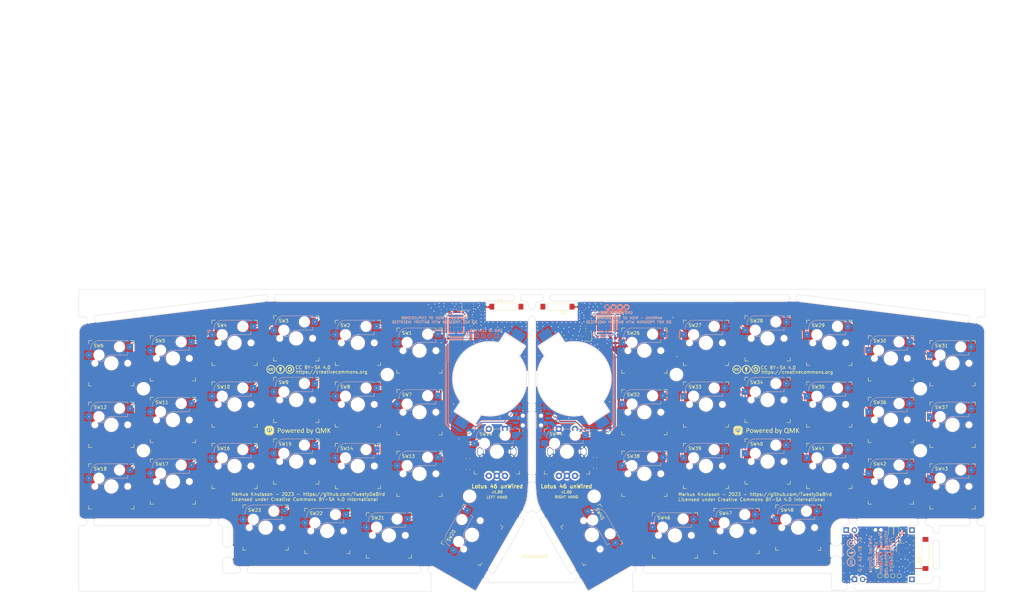
<source format=kicad_pcb>
(kicad_pcb (version 20221018) (generator pcbnew)
  (title_block (title "Lotus 46 unWired") (date "2023-08-20") (rev "v1.00") (company "Markus Knutsson <markus.knutsson@tweety.se>") (comment 1 "https://github.com/TweetyDaBird") (comment 2 "Licensed under Creative Commons BY-SA 4.0 International "))
  (layers (0 "F.Cu" signal) (31 "B.Cu" signal) (34 "B.Paste" user) (35 "F.Paste" user) (36 "B.SilkS" user "B.Silkscreen") (37 "F.SilkS" user "F.Silkscreen") (38 "B.Mask" user) (39 "F.Mask" user) (44 "Edge.Cuts" user))
  (net 0 "")
  (net 1 "Net-(U1-DCC)")
  (net 2 "Net-(U1-DEC3)")
  (net 3 "Net-(U1-DEC2)")
  (net 4 "Net-(U1-DEC1)")
  (net 5 "Net-(C8-Pad2)")
  (net 6 "Net-(C8-Pad1)")
  (net 7 "Net-(U1-ANT)")
  (net 8 "/Right Matrix/EncB")
  (net 9 "/Right Matrix/EncA")
  (net 10 "Net-(U1-XC1)")
  (net 11 "Net-(U1-XC2)")
  (net 12 "/Right Matrix/SW1")
  (net 13 "/Right Matrix/SW2")
  (net 14 "/Right Matrix/SW4")
  (net 15 "/Right Matrix/SW5")
  (net 16 "/Right Matrix/SW6")
  (net 17 "/Right Matrix/SW7")
  (net 18 "/Right Matrix/SW8")
  (net 19 "/Right Matrix/SW9")
  (net 20 "/Right Matrix/SW10")
  (net 21 "/Right Matrix/SW11")
  (net 22 "/Right Matrix/SW12")
  (net 23 "/Right Matrix/SW13")
  (net 24 "/Right Matrix/SW14")
  (net 25 "/Right Matrix/SW15")
  (net 26 "/Right Matrix/SW16")
  (net 27 "/Right Matrix/SW17")
  (net 28 "/Right Matrix/SW18")
  (net 29 "/Right Matrix/SW19")
  (net 30 "/Right Matrix/SW20")
  (net 31 "GND")
  (net 32 "/Right Matrix/SW21")
  (net 33 "/Right Matrix/SW22")
  (net 34 "/Right Matrix/SW23")
  (net 35 "/Right Matrix/SWCLK")
  (net 36 "/Right Matrix/SWDIO")
  (net 41 "Net-(BT2-+)")
  (net 42 "Net-(U2-DCC)")
  (net 43 "Net-(U2-DEC3)")
  (net 44 "Net-(U2-DEC2)")
  (net 45 "Net-(U2-DEC1)")
  (net 46 "Net-(C21-Pad1)")
  (net 47 "Net-(C21-Pad2)")
  (net 48 "Net-(U2-ANT)")
  (net 49 "/Left Matrix/EncB")
  (net 50 "/Left Matrix/EncA")
  (net 51 "Net-(U2-XC1)")
  (net 53 "Net-(U2-XC2)")
  (net 54 "/Left Matrix/SW1")
  (net 55 "/Left Matrix/SW2")
  (net 56 "/Left Matrix/SW4")
  (net 57 "/Left Matrix/SW5")
  (net 58 "/Left Matrix/SW6")
  (net 59 "/Left Matrix/SW7")
  (net 60 "/Left Matrix/SW8")
  (net 61 "/Left Matrix/SW9")
  (net 62 "/Left Matrix/SW10")
  (net 63 "Net-(BT1-+)")
  (net 64 "/Left Matrix/SW11")
  (net 65 "/Left Matrix/SW12")
  (net 66 "/Left Matrix/SW13")
  (net 67 "/Left Matrix/SW14")
  (net 68 "/Left Matrix/SW15")
  (net 69 "/Left Matrix/SW16")
  (net 70 "/Left Matrix/SW17")
  (net 71 "/Left Matrix/SW18")
  (net 72 "/Left Matrix/SW19")
  (net 73 "/Left Matrix/SW20")
  (net 74 "/Left Matrix/SW21")
  (net 75 "/Left Matrix/SW22")
  (net 76 "/Left Matrix/SW23")
  (net 77 "/Left Matrix/SWCLK")
  (net 78 "/Left Matrix/SWDIO")
  (net 84 "/Right Matrix/SW3")
  (net 85 "/Left Matrix/SW3")
  (net 86 "/Left Matrix/3V3")
  (net 91 "Net-(U3-DCC)")
  (net 92 "Net-(U3-DEC3)")
  (net 93 "Net-(U3-DEC2)")
  (net 94 "Net-(U3-DEC1)")
  (net 95 "+3V3")
  (net 96 "Net-(C34-Pad1)")
  (net 97 "Net-(C34-Pad2)")
  (net 98 "Net-(U3-ANT)")
  (net 99 "Net-(U3-XC1)")
  (net 100 "Net-(U3-XC2)")
  (net 101 "/Dongle/SCL")
  (net 102 "/Dongle/SDA")
  (net 105 "Net-(LED1-A)")
  (net 106 "Net-(LED1-K)")
  (net 107 "Net-(LED2-A)")
  (net 108 "Net-(LED2-K)")
  (net 109 "Net-(U3-P0.30{slash}AIN6)")
  (net 110 "/Dongle/SWDCLK")
  (net 111 "/Dongle/SWDIO")
  (net 124 "/Right Matrix/3V3")
  (footprint "Keyboard Switches:SW_MX_HotSwap" (layer "F.Cu") (at 175.078566 63.432776)
    (fp_text reference "SW1")
    (fp_text value "Switch" hide)
  )
  (footprint "Keyboard Switches:SW_MX_HotSwap" (layer "F.Cu") (at 136.978566 59.642776)
    (fp_text reference "SW3")
    (fp_text value "Switch" hide)
  )
  (footprint "Keyboard Switches:SW_MX_HotSwap" (layer "F.Cu") (at 117.928566 61.032776)
    (fp_text reference "SW4")
    (fp_text value "Switch" hide)
  )
  (footprint "Keyboard Switches:SW_MX_HotSwap" (layer "F.Cu") (at 98.878566 65.832776)
    (fp_text reference "SW5")
    (fp_text value "Switch" hide)
  )
  (footprint "Keyboard Switches:SW_MX_HotSwap" (layer "F.Cu") (at 79.828566 67.332776)
    (fp_text reference "SW6")
    (fp_text value "Switch" hide)
  )
  (footprint "Keyboard Switches:SW_MX_HotSwap" (layer "F.Cu") (at 175.078566 82.482776)
    (fp_text reference "SW7")
    (fp_text value "Switch" hide)
  )
  (footprint "Keyboard Switches:SW_MX_HotSwap" (layer "F.Cu") (at 156.028566 80.082776)
    (fp_text reference "SW8")
    (fp_text value "Switch" hide)
  )
  (footprint "Keyboard Switches:SW_MX_HotSwap" (layer "F.Cu") (at 136.978566 78.692776)
    (fp_text reference "SW9")
    (fp_text value "Switch" hide)
  )
  (footprint "Keyboard Switches:SW_MX_HotSwap" (layer "F.Cu") (at 98.878566 84.882776)
    (fp_text reference "SW11")
    (fp_text value "Switch" hide)
  )
  (footprint "Keyboard Switches:SW_MX_HotSwap" (layer "F.Cu") (at 79.828566 86.382776)
    (fp_text reference "SW12")
    (fp_text value "Switch" hide)
  )
  (footprint "Keyboard Switches:SW_MX_HotSwap" (layer "F.Cu") (at 175.078566 101.532776)
    (fp_text reference "SW13")
    (fp_text value "Switch" hide)
  )
  (footprint "Keyboard Switches:SW_MX_HotSwap" (layer "F.Cu") (at 156.028566 99.132776)
    (fp_text reference "SW14")
    (fp_text value "Switch" hide)
  )
  (footprint "Keyboard Switches:SW_MX_HotSwap" (layer "F.Cu") (at 136.978566 97.742776)
    (fp_text reference "SW15")
    (fp_text value "Switch" hide)
  )
  (footprint "Keyboard Switches:SW_MX_HotSwap" (layer "F.Cu") (at 117.928566 99.132776)
    (fp_text reference "SW16")
    (fp_text value "Switch" hide)
  )
  (footprint "Keyboard Switches:SW_MX_HotSwap" (layer "F.Cu") (at 98.878566 103.932776)
    (fp_text reference "SW17")
    (fp_text value "Switch" hide)
  )
  (footprint "Keyboard Switches:SW_MX_HotSwap" (layer "F.Cu") (at 165.628566 120.582776)
    (fp_text reference "SW21")
    (fp_text value "Switch" hide)
  )
  (footprint "Keyboard Switches:SW_MX_HotSwap" (layer "F.Cu") (at 146.580866 119.211076)
    (fp_text reference "SW22")
    (fp_text value "Switch" hide)
  )
  (footprint "Keyboard Switches:SW_MX_HotSwap" (layer "F.Cu") (at 127.528566 118.182776)
    (fp_text reference "SW23")
    (fp_text value "Switch" hide)
  )
  (footprint "Keyboard Switches:SW_MX_HotSwap_FOR ENCODER" (layer "F.Cu") (at 199.003766 94.668076)
    (fp_text reference "SW19")
    (fp_text value "Switch" hide)
  )
  (footprint "Keyboard Switches:SW_MX_HotSwap" (layer "F.Cu") (at 79.828566 105.432776)
    (fp_text reference "SW18")
    (fp_text value "Switch" hide)
  )
  (footprint "Capacitor_SMD:C_0402_1005Metric" (layer "F.Cu") (at 187.65 50.06 90)
    (fp_text reference "C13" hide)
    (fp_text value "12pF")
  )
  (footprint "Capacitor_SMD:C_0402_1005Metric" (layer "F.Cu") (at 191.86 49.38 180)
    (fp_text reference "C12" hide)
    (fp_text value "12pF")
  )
  (footprint "Keyboard Switches:SW_MX_HotSwap" (layer "F.Cu") (at 191.307566 120.430276 60)
    (fp_text reference "SW20")
    (fp_text value "Switch" hide)
  )
  (footprint "Keyboard Switches:SW_MX_HotSwap" (layer "F.Cu") (at 117.928566 80.082776)
    (fp_text reference "SW10")
    (fp_text value "Switch" hide)
  )
  (footprint "Keyboard Encoders:Encoder_Alps_EC11E_Small" (layer "F.Cu") (at 199.003766 94.668076 90)
    (fp_text reference "SW24" hide)
    (fp_text value "Rotary_Encoder_Switch" hide)
  )
  (footprint "Keyboard Switches:SW_MX_HotSwap" (layer "F.Cu") (at 156.028566 61.032776)
    (fp_text reference "SW2")
    (fp_text value "Switch" hide)
  )
  (footprint "Panelization:mouse-bite-2mm-slot" (layer "F.Cu") (at 176.659 131.287)
    (fp_text reference "mouse-bite-2mm-slot" hide)
    (fp_text value "VAL**" hide)
    (fp_arc (start -2 -1) (mid -1 0) (end -2 1) (stroke (width 0.1)) (layer "Edge.Cuts"))
    (fp_arc (start 2 1) (mid 1 0) (end 2 -1) (stroke (width 0.1)) (layer "Edge.Cuts"))
  )
  (footprint "Crystal:Crystal_SMD_2016-4Pin_2.0x1.6mm" (layer "F.Cu") (at 323.774 124.326 -90)
    (fp_text reference "Y3" hide)
    (fp_text value "7F32000E08UCG")
  )
  (footprint "Capacitor_SMD:C_0402_1005Metric" (layer "F.Cu") (at 181.85 53.05)
    (fp_text reference "C7" hide)
    (fp_text value "100nF")
  )
  (footprint "Capacitor_SMD:C_0402_1005Metric" (layer "F.Cu") (at 226.228589 50.673589 135)
    (fp_text reference "C21" hide)
    (fp_text value "1.5pF")
  )
  (footprint "Capacitor_SMD:C_0402_1005Metric" (layer "F.Cu") (at 314.974 130.356)
    (fp_text reference "C32" hide)
    (fp_text value "100nF")
  )
  (footprint "Capacitor_SMD:C_0603_1608Metric" (layer "F.Cu") (at 234.168 60.343 90)
    (fp_text reference "C17" hide)
    (fp_text value "1uF")
  )
  (footprint "Capacitor_SMD:C_0402_1005Metric" (layer "F.Cu") (at 225.388 58.943 90)
    (fp_text reference "C25" hide)
    (fp_text value "12pF")
  )
  (footprint "Package_DFN_QFN:QFN-32-1EP_5x5mm_P0.5mm_EP3.6x3.6mm_ThermalVias" (layer "F.Cu") (at 319.134 127.746)
    (fp_text reference "U3" hide)
    (fp_text value "nRF52810-QCxx")
  )
  (footprint "Inductor_SMD:L_0402_1005Metric" (layer "F.Cu") (at 327.724 130.346 -90)
    (fp_text reference "L6" hide)
    (fp_text value "3.9nH")
  )
  (footprint "Capacitor_SMD:C_0402_1005Metric" (layer "F.Cu") (at 193.74 50.98 45)
    (fp_text reference "C8" hide)
    (fp_text value "1.5pF")
  )
  (footprint "Panelization:mouse-bite-2mm-slot" (layer "F.Cu") (at 209.834 51.647 -90)
    (fp_text reference "mouse-bite-2mm-slot" hide)
    (fp_text value "VAL**" hide)
    (fp_arc (start -2 -1) (mid -1 0) (end -2 1) (stroke (width 0.1)) (layer "Edge.Cuts"))
    (fp_arc (start 2 1) (mid 1 0) (end 2 -1) (stroke (width 0.1)) (layer "Edge.Cuts"))
  )
  (footprint "Capacitor_SMD:C_0603_1608Metric_Pad1.08x0.95mm_HandSolder" (layer "F.Cu") (at 229.378 99.843 90)
    (fp_text reference "C24" hide)
    (fp_text value "100nF")
  )
  (footprint "Capacitor_SMD:C_0603_1608Metric" (layer "F.Cu") (at 184.07 50.52 -90)
    (fp_text reference "C4" hide)
    (fp_text value "1uF")
  )
  (footprint "Keyboard Switches:SW_MX_HotSwap" (layer "F.Cu") (at 282.689 59.643)
    (fp_text reference "SW28")
    (fp_text value "Switch" hide)
  )
  (footprint "Capacitor_SMD:C_0402_1005Metric" (layer "F.Cu") (at 325.204 127.056 180)
    (fp_text reference "C29" hide)
    (fp_text value "DNP")
  )
  (footprint "Inductor_SMD:L_0402_1005Metric" (layer "F.Cu") (at 192.4 56.17 180)
    (fp_text reference "L1" hide)
    (fp_text value "3.9nH")
  )
  (footprint "TestPoint:TestPoint_Pad_D1.0mm" (layer "F.Cu") (at 317.384 133.076 90)
    (fp_text reference "TP9" hide)
    (fp_text value "TestPoint")
  )
  (footprint "Capacitor_SMD:C_0402_1005Metric" (layer "F.Cu") (at 191.35 53.43 180)
    (fp_text reference "C5" hide)
    (fp_text value "100pF")
  )
  (footprint "Keyboard Switches:SW_MX_HotSwap" (layer "F.Cu") (at 273.0867 119.2113)
    (fp_text reference "SW47")
    (fp_text value "Switch" hide)
  )
  (footprint "Capacitor_SMD:C_0603_1608Metric" (layer "F.Cu") (at 181.85 51.27)
    (fp_text reference "C3" hide)
    (fp_text value "4.7uF")
  )
  (footprint "Panelization:mouse-bite-3mm-slot" (layer "F.Cu") (at 115.763 125.763 90)
    (fp_text reference "mouse-bite-3mm-slot" hide)
    (fp_text value "VAL**" hide)
    (fp_arc (start -3 -1.5) (mid -1.5 0) (end -3 1.5) (stroke (width 0.1)) (layer "Edge.Cuts"))
    (fp_arc (start 3 1.5) (mid 1.5 0) (end 3 -1.5) (stroke (width 0.1)) (layer "Edge.Cuts"))
  )
  (footprint "Capacitor_SMD:C_0402_1005Metric" (layer "F.Cu") (at 322.874 128.536 -90)
    (fp_text reference "C35" hide)
    (fp_text value "0.8pF")
  )
  (footprint "Panelization:mouse-bite-2mm-slot" (layer "F.Cu") (at 346.143 53.786 172)
    (fp_text reference "mouse-bite-2mm-slot" hide)
    (fp_text value "VAL**" hide)
    (fp_arc (start -2 -1) (mid -1 0) (end -2 1) (stroke (width 0.1)) (layer "Edge.Cuts"))
    (fp_arc (start 2 1) (mid 1 0) (end 2 -1) (stroke (width 0.1)) (layer "Edge.Cuts"))
  )
  (footprint "Panelization:mouse-bite-2mm-slot" (layer "F.Cu") (at 223.1 133.03 -60)
    (fp_text reference "mouse-bite-2mm-slot" hide)
    (fp_text value "VAL**" hide)
    (fp_arc (start -2 -1) (mid -1 0) (end -2 1) (stroke (width 0.1)) (layer "Edge.Cuts"))
    (fp_arc (start 2 1) (mid 1 0) (end 2 -1) (stroke (width 0.1)) (layer "Edge.Cuts"))
  )
  (footprint "Inductor_SMD:L_0402_1005Metric" (layer "F.Cu") (at 194.878566 49.43 -90)
    (fp_text reference "L2" hide)
    (fp_text value "3.9nH")
  )
  (footprint "Capacitor_SMD:C_0402_1005Metric" (layer "F.Cu") (at 228.938 59.723 -90)
    (fp_text reference "C26" hide)
    (fp_text value "12pF")
  )
  (footprint "2450AT45A100E:ANT_2450AT45A100E" (layer "F.Cu") (at 331.484 126.3335 90)
    (fp_text reference "E3")
    (fp_text value "2450AT45A100E")
  )
  (footprint "Keyboard Switches:SW_MX_HotSwap" (layer "F.Cu") (at 320.789 65.833)
    (fp_text reference "SW30")
    (fp_text value "Switch" hide)
  )
  (footprint "Keyboard Switches:SW_MX_HotSwap" (layer "F.Cu") (at 263.639 99.133)
    (fp_text reference "SW39")
    (fp_text value "Switch" hide)
  )
  (footprint "Logotypes:CC_BY_SA_40_line" (layer "F.Cu") (at 285.128 69.173)
    (fp_text reference "Logo4")
    (fp_text value "License" hide)
  )
  (footprint "Keyboard Common:PinHeader_1" (layer "F.Cu") (at 327.304 118.956 90)
    (fp_text reference "J4" hide)
    (fp_text value "Conn_01x01" hide)
  )
  (footprint "Panelization:mouse-bite-2mm-slot" (layer "F.Cu") (at 243.0089 131.288)
    (fp_text reference "mouse-bite-2mm-slot" hide)
    (fp_text value "VAL**" hide)
    (fp_arc (start -2 -1) (mid -1 0) (end -2 1) (stroke (width 0.1)) (layer "Edge.Cuts"))
    (fp_arc (start 2 1) (mid 1 0) (end 2 -1) (stroke (width 0.1)) (layer "Edge.Cuts"))
  )
  (footprint "Keyboard Switches:SW_MX_HotSwap" (layer "F.Cu") (at 282.689 78.693)
    (fp_text reference "SW34")
    (fp_text value "Switch" hide)
  )
  (footprint "Panelization:mouse-bite-2mm-slot" (layer "F.Cu") (at 111.759 116.576)
    (fp_text reference "mouse-bite-2mm-slot" hide)
    (fp_text value "VAL**" hide)
    (fp_arc (start -2 -1) (mid -1 0) (end -2 1) (stroke (width 0.1)) (layer "Edge.Cuts"))
    (fp_arc (start 2 1) (mid 1 0) (end 2 -1) (stroke (width 0.1)) (layer "Edge.Cuts"))
  )
  (footprint "Keyboard Switches:SW_MX_HotSwap" (layer "F.Cu") (at 263.639 80.083)
    (fp_text reference "SW33")
    (fp_text value "Switch" hide)
  )
  (footprint "Panelization:mouse-bite-2mm-slot" (layer "F.Cu") (at 205.31 47.123 180)
    (fp_text reference "mouse-bite-2mm-slot" hide)
    (fp_text value "VAL**" hide)
    (fp_arc (start -2 -1) (mid -1 0) (end -2 1) (stroke (width 0.1)) (layer "Edge.Cuts"))
    (fp_arc (start 2 1) (mid 1 0) (end 2 -1) (stroke (width 0.1)) (layer "Edge.Cuts"))
  )
  (footprint "Keyboard Encoders:Encoder_Alps_EC11E_Small" (layer "F.Cu") (at 220.6638 94.6683 90)
    (fp_text reference "SW49" hide)
    (fp_text value "Rotary_Encoder_Switch" hide)
  )
  (footprint "Capacitor_SMD:C_0402_1005Metric" (layer "F.Cu") (at 323.724 122.336)
    (fp_text reference "C37" hide)
    (fp_text value "12pF")
  )
  (footprint "Panelization:mouse-bite-2mm-slot" (layer "F.Cu") (at 346.37 116.577 180)
    (fp_text reference "mouse-bite-2mm-slot" hide)
    (fp_text value "VAL**" hide)
    (fp_arc (start -2 -1) (mid -1 0) (end -2 1) (stroke (width 0.1)) (layer "Edge.Cuts"))
    (fp_arc (start 2 1) (mid 1 0) (end 2 -1) (stroke (width 0.1)) (layer "Edge.Cuts"))
  )
  (footprint "Keyboard Common:PinHeader_1" (layer "F.Cu") (at 327.304 134.196 90)
    (fp_text reference "J3" hide)
    (fp_text value "Conn_01x01" hide)
  )
  (footprint "Panelization:mouse-bite-2mm-slot" (layer "F.Cu") (at 308.404 136.566)
    (fp_text reference "mouse-bite-2mm-slot" hide)
    (fp_text value "VAL**" hide)
    (fp_arc (start -2 -1) (mid -1 0) (end -2 1) (stroke (width 0.1)) (layer "Edge.Cuts"))
    (fp_arc (start 2 1) (mid 1 0) (end 2 -1) (stroke (width 0.1)) (layer "Edge.Cuts"))
  )
  (footprint "Keyboard Switches:SW_MX_HotSwap" (layer "F.Cu") (at 228.36 120.4305 -60)
    (fp_text reference "SW45")
    (fp_text value "Switch" hide)
  )
  (footprint "Capacitor_SMD:C_0603_1608Metric" (layer "F.Cu") (at 235.628 60.343 90)
    (fp_text reference "C16" hide)
    (fp_text value "4.7uF")
  )
  (footprint "Panelization:mouse-bite-3mm-slot" (layer "F.Cu") (at 303.904 125.37 90)
    (fp_text reference "mouse-bite-3mm-slot" hide)
    (fp_text value "VAL**" hide)
    (fp_arc (start -3 -1.5) (mid -1.5 0) (end -3 1.5) (stroke (width 0.1)) (layer "Edge.Cuts"))
    (fp_arc (start 3 1.5) (mid 1.5 0) (end 3 -1.5) (stroke (width 0.1)) (layer "Edge.Cuts"))
  )
  (footprint "Crystal:Crystal_SMD_2016-4Pin_2.0x1.6mm" (layer "F.Cu") (at 189.55 49.78)
    (fp_text reference "Y1" hide)
    (fp_text value "7F32000E08UCG")
  )
  (footprint "Resistor_SMD:R_0402_1005Metric" (layer "F.Cu") (at 324.204 120.406)
    (fp_text reference "R2" hide)
    (fp_text value "220")
  )
  (footprint "Panelization:mouse-bite-2mm-slot" (layer "F.Cu") (at 334.824 132.066 -90)
    (fp_text reference "mouse-bite-2mm-slot" hide)
    (fp_text value "VAL**" hide)
    (fp_arc (start -2 -1) (mid -1 0) (end -2 1) (stroke (width 0.1)) (layer "Edge.Cuts"))
    (fp_arc (start 2 1) (mid 1 0) (end 2 -1) (stroke (width 0.1)) (layer "Edge.Cuts"))
  )
  (footprint "Panelization:mouse-bite-2mm-slot" (layer "F.Cu") (at 73.524 53.786 -172)
    (fp_text reference "mouse-bite-2mm-slot" hide)
    (fp_text value "VAL**" hide)
    (fp_arc (start -2 -1) (mid -1 0) (end -2 1) (stroke (width 0.1)) (layer "Edge.Cuts"))
    (fp_arc (start 2 1) (mid 1 0) (end 2 -1) (stroke (width 0.1)) (layer "Edge.Cuts"))
  )
  (footprint "Panelization:mouse-bite-2mm-slot" (layer "F.Cu") (at 129.169 47.123 180)
    (fp_text reference "mouse-bite-2mm-slot" hide)
    (fp_text value "VAL**" hide)
    (fp_arc (start -2 -1) (mid -1 0) (end -2 1) (stroke (width 0.1)) (layer "Edge.Cuts"))
    (fp_arc (start 2 1) (mid 1 0) (end 2 -1) (stroke (width 0.1)) (layer "Edge.Cuts"))
  )
  (footprint "Inductor_SMD:L_0402_1005Metric" (layer "F.Cu") (at 227.178 54.053 -90)
    (fp_text reference "L3" hide)
    (fp_text value "3.9nH")
  )
  (footprint "Capacitor_SMD:C_0402_1005Metric" (layer "F.Cu") (at 321.934 123.126 -90)
    (fp_text reference "C31" hide)
    (fp_text value "100nF")
  )
  (footprint "Keyboard Common:YTS-A002" (layer "F.Cu") (at 316.88 118.9)
    (fp_text reference "PAIR1" hide)
    (fp_text value "TS-A002" hide)
  )
  (footprint "Keyboard Switches:SW_MX_HotSwap" (layer "F.Cu") (at 244.589 101.533)
    (fp_text reference "SW38")
    (fp_text value "Switch" hide)
  )
  (footprint "LED_SMD:LED_0603_1608Metric_Pad1.05x0.95mm_HandSolder" (layer "F.Cu") (at 320.804 119.606 -90)
    (fp_text reference "LED2" hide)
    (fp_text value "GREEN")
  )
  (footprint "Panelization:mouse-bite-2mm-slot" (layer "F.Cu") (at 330.324 116.576 180)
    (fp_text reference "mouse-bite-2mm-slot" hide)
    (fp_text value "VAL**" hide)
    (fp_arc (start -2 -1) (mid -1 0) (end -2 1) (stroke (width 0.1)) (layer "Edge.Cuts"))
    (fp_arc (start 2 1) (mid 1 0) (end 2 -1) (stroke (width 0.1)) (layer "Edge.Cuts"))
  )
  (footprint "Keyboard Common:Pinheader_2" (layer "F.Cu") (at 309.524 134.196 90)
    (fp_text reference "J2" hide)
    (fp_text value "Conn_01x02" hide)
  )
  (footprint "Capacitor_SMD:C_0402_1005Metric" (layer "F.Cu") (at 226.458 57.053)
    (fp_text reference "C18" hide)
    (fp_text value "100pF")
  )
  (footprint "Panelization:mouse-bite-2mm-slot" (layer "F.Cu") (at 209.834 103 -90)
    (fp_text reference "mouse-bite-2mm-slot" hide)
    (fp_text value "VAL**" hide)
    (fp_arc (start -2 -1) (mid -1 0) (end -2 1) (stroke (width 0.1)) (layer "Edge.Cuts"))
    (fp_arc (start 2 1) (mid 1 0) (end 2 -1) (stroke (width 0.1)) (layer "Edge.Cuts"))
  )
  (footprint "Panelization:mouse-bite-2mm-slot" (layer "F.Cu") (at 207.37 114.280481 60)
    (fp_text reference "mouse-bite-2mm-slot" hide)
    (fp_text value "VAL**" hide)
    (fp_arc (start -2 -1) (mid -1 0) (end -2 1) (stroke (width 0.1)) (layer "Edge.Cuts"))
    (fp_arc (start 2 1) (mid 1 0) (end 2 -1) (stroke (width 0.1)) (layer "Edge.Cuts"))
  )
  (footprint "Capacitor_SMD:C_0402_1005Metric" (layer "F.Cu") (at 323.324 126.516 180)
    (fp_text reference "C28" hide)
    (fp_text value "100pF")
  )
  (footprint "Capacitor_SMD:C_0603_1608Metric_Pad1.08x0.95mm_HandSolder" (layer "F.Cu") (at 190.06 96.77 -90)
    (fp_text reference "C11" hide)
    (fp_text value "100nF")
  )
  (footprint "Panelization:mouse-bite-2mm-slot" (layer "F.Cu") (at 196.56 133.03 60)
    (fp_text reference "mouse-bite-2mm-slot" hide)
    (fp_text value "VAL**" hide)
    (fp_arc (start -2 -1) (mid -1 0) (end -2 1) (stroke (width 0.1)) (layer "Edge.Cuts"))
    (fp_arc (start 2 1) (mid 1 0) (end 2 -1) (stroke (width 0.1)) (layer "Edge.Cuts"))
  )
  (footprint "Keyboard Common:Spacer PCB hole" (layer "F.Cu") (at 229.0839 108.4925 90)
    (fp_text reference "TH7" hide)
    (fp_text value "HOLE" hide)
  )
  (footprint "Keyboard Switches:SW_MX_HotSwap" (layer "F.Cu") (at 320.789 84.883)
    (fp_text reference "SW36")
    (fp_text value "Switch" hide)
  )
  (footprint "Capacitor_SMD:C_0402_1005Metric" (layer "F.Cu") (at 187.99 51.54)
    (fp_text reference "C2" hide)
    (fp_text value "100nF")
  )
  (footprint "LED_SMD:LED_0603_1608Metric_Pad1.05x0.95mm_HandSolder" (layer "F.Cu") (at 322.474 119.606 -90)
    (fp_text reference "LED1" hide)
    (fp_text value "RED")
  )
  (footprint "Capacitor_SMD:C_0402_1005Metric" (layer "F.Cu") (at 236.858 52.213 180)
    (fp_text reference "C14" hide)
    (fp_text value "100nF")
  )
  (footprint "Capacitor_SMD:C_0402_1005Metric" (layer "F.Cu") (at 230.118 59.743 90)
    (fp_text reference "C15" hide)
    (fp_text value "100nF")
  )
  (footprint "Capacitor_SMD:C_0402_1005Metric" (layer "F.Cu") (at 191.01 55.77 -90)
    (fp_text reference "C9" hide)
    (fp_text value "0.8pF")
  )
  (footprint "Keyboard Common:Spacer PCB hole" (layer "F.Cu") (at 329.889 94.383)
    (fp_text reference "TH8" hide)
    (fp_text value "HOLE" hide)
  )
  (footprint "Keyboard Switches:SW_MX_HotSwap" (layer "F.Cu") (at 339.839 86.383)
    (fp_text reference "SW37")
    (fp_text value "Switch" hide)
  )
  (footprint "Keyboard Common:Spacer PCB hole" (layer "F.Cu") (at 254.51438 70.84208)
    (fp_text reference "TH5" hide)
    (fp_text value "HOLE" hide)
  )
  (footprint "Capacitor_SMD:C_0402_1005Metric" (layer "F.Cu") (at 183.55 59.73)
    (fp_text reference "C1" hide)
    (fp_text value "100nF")
  )
  (footprint "Keyboard Switches:SW_MX_HotSwap" (layer "F.Cu") (at 301.739 99.133)
    (fp_text reference "SW41")
    (fp_text value "Switch" hide)
  )
  (footprint "Logotypes:qmk logo" (layer "F.Cu") (at 137.35 88.14)
    (fp_text reference "Logo1" hide)
    (fp_text value "QMK_Logo" hide)
  )
  (footprint "Keyboard Common:Pinheader_2" (layer "F.Cu") (at 306.984 118.956 90)
    (fp_text reference "J1" hide)
    (fp_text value "Conn_01x02" hide)
  )
  (footprint "Keyboard Switches:SW_MX_HotSwap" (layer "F.Cu") (at 339.839 67.333)
    (fp_text reference "SW31")
    (fp_text value "Switch" hide)
  )
  (footprint "Capacitor_SMD:C_0603_1608Metric_Pad1.08x0.95mm_HandSolder" (layer "F.Cu") (at 229.378 96.483 90)
    (fp_text reference "C23" hide)
    (fp_text value "100nF")
  )
  (footprint "Inductor_SMD:L_0402_1005Metric" (layer "F.Cu") (at 324.264 128.986 180)
    (fp_text reference "L5" hide)
    (fp_text value "3.9nH")
  )
  (footprint "Capacitor_SMD:C_0402_1005Metric" (layer "F.Cu") (at 314.984 125.116)
    (fp_text reference "C30" hide)
    (fp_text value "100nF")
  )
  (footprint "TestPoint:TestPoint_Pad_D1.0mm" (layer "F.Cu") (at 323.384 133.076 90)
    (fp_text reference "TP12" hide)
    (fp_text value "TestPoint")
  )
  (footprint "Package_DFN_QFN:QFN-48-1EP_6x6mm_P0.4mm_EP4.6x4.6mm_ThermalVias" (layer "F.Cu") (at 232.247075 55.164766 180)
    (fp_text reference "U2" hide)
    (fp_text value "nRF52810-QFxx")
  )
  (footprint "Capacitor_SMD:C_0402_1005Metric" (layer "F.Cu") (at 226.458 56.133)
    (fp_text reference "C19" hide)
    (fp_text value "DNP")
  )
  (footprint "Panelization:mouse-bite-2mm-slot" (layer "F.Cu") (at 308.93 116.576 180)
    (fp_text reference "mouse-bite-2mm-slot" hide)
    (fp_text value "VAL**" hide)
    (fp_arc (start -2 -1) (mid -1 0) (end -2 1) (stroke (width 0.1)) (layer "Edge.Cuts"))
    (fp_arc (start 2 1) (mid 1 0) (end 2 -1) (stroke (width 0.1)) (layer "Edge.Cuts"))
  )
  (footprint "Capacitor_SMD:C_0402_1005Metric" (layer "F.Cu") (at 236.308 57.953 90)
    (fp_text reference "C20" hide)
    (fp_text value "100nF")
  )
  (footprint "Keyboard Switches:SW_MX_HotSwap" (layer "F.Cu") (at 244.589 63.433)
    (fp_text reference "SW26")
    (fp_text value "Switch" hide)
  )
  (footprint "Capacitor_SMD:C_0603_1608Metric" (layer "F.Cu") (at 318.554 123.026 -90)
    (fp_text reference "C27" hide)
    (fp_text value "1uF")
  )
  (footprint "Panelization:mouse-bite-2mm-slot" (layer "F.Cu") (at 212.301519 114.280481 -60)
    (fp_text reference "mouse-bite-2mm-slot" hide)
    (fp_text value "VAL**" hide)
    (fp_arc (start -2 -1) (mid -1 0) (end -2 1) (stroke (width 0.1)) (layer "Edge.Cuts"))
    (fp_arc (start 2 1) (mid 1 0) (end 2 -1) (stroke (width 0.1)) (layer "Edge.Cuts"))
  )
  (footprint "Capacitor_SMD:C_0402_1005Metric" (layer "F.Cu") (at 228.108 55.033 90)
    (fp_text reference "C22" hide)
    (fp_text value "0.8pF")
  )
  (footprint "Keyboard Switches:SW_MX_HotSwap" (layer "F.Cu") (at 301.739 61.033)
    (fp_text reference "SW29")
    (fp_text value "Switch" hide)
  )
  (footprint "Logotypes:qmk logo" (layer "F.Cu") (at 282.208 88.138)
    (fp_text reference "Logo3" hide)
    (fp_text value "QMK_Logo" hide)
  )
  (footprint "Panelization:mouse-bite-2mm-slot" (layer "F.Cu") (at 209.834 81 90)
    (fp_text reference "mouse-bite-2mm-slot" hide)
    (fp_text value "VAL**" hide)
    (fp_arc (start -2 -1) (mid -1 0) (end -2 1) (stroke (width 0.1)) (layer "Edge.Cuts"))
    (fp_arc (start 2 1) (mid 1 0) (end 2 -1) (stroke (width 0.1)) (layer "Edge.Cuts"))
  )
  (footprint "Keyboard Switches:SW_MX_HotSwap" (layer "F.Cu") (at 282.689 97.743)
    (fp_text reference "SW40")
    (fp_text value "Switch" hide)
  )
  (footprint "Capacitor_SMD:C_0402_1005Metric" (layer "F.Cu") (at 326.154589 130.026589 -45)
    (fp_text reference "C34" hide)
    (fp_text value "1.5pF")
  )
  (footprint "Package_DFN_QFN:QFN-48-1EP_6x6mm_P0.4mm_EP4.6x4.6mm_ThermalVias" (layer "F.Cu") (at 186.37 55.6)
    (fp_text reference "U1" hide)
    (fp_text value "nRF52810-QFxx")
  )
  (footprint "Panelization:mouse-bite-2mm-slot" (layer "F.Cu") (at 73.298 116.576)
    (fp_text reference "mouse-bite-2mm-slot" hide)
    (fp_text value "VAL**" hide)
    (fp_arc (start -2 -1) (mid -1 0) (end -2 1) (stroke (width 0.1)) (layer "Edge.Cuts"))
    (fp_arc (start 2 1) (mid 1 0) (end 2 -1) (stroke (width 0.1)) (layer "Edge.Cuts"))
  )
  (footprint "Resistor_SMD:R_0402_1005Metric" (layer "F.Cu") (at 324.214 119.346)
    (fp_text reference "R1" hide)
    (fp_text value "220")
  )
  (footprint "Panelization:mouse-bite-2mm-slot" (layer "F.Cu") (at 290.499 47.123 180)
    (fp_text reference "mouse-bite-2mm-slot" hide)
    (fp_text value "VAL**" hide)
    (fp_arc (start -2 -1) (mid -1 0) (end -2 1) (stroke (width 0.1)) (layer "Edge.Cuts"))
    (fp_arc (start 2 1) (mid 1 0) (end 2 -1) (stroke (width 0.1)) (layer "Edge.Cuts"))
  )
  (footprint "Capacitor_SMD:C_0402_1005Metric" (layer "F.Cu") (at 325.594 124.526 -90)
    (fp_text reference "C36" hide)
    (fp_text value "12pF")
  )
  (footprint "Panelization:mouse-bite-2mm-slot" (layer "F.Cu") (at 120.787 131.287)
    (fp_text reference "mouse-bite-2mm-slot" hide)
    (fp_text value "VAL**" hide)
    (fp_arc (start -2 -1) (mid -1 0) (end -2 1) (stroke (width 0.1)) (layer "Edge.Cuts"))
    (fp_arc (start 2 1) (mid 1 0) (end 2 -1) (stroke (width 0.1)) (layer "Edge.Cuts"))
  )
  (footprint "Capacitor_SMD:C_0402_1005Metric" (layer "F.Cu") (at 191.36 54.4 180)
    (fp_text reference "C6" hide)
    (fp_text value "DNP")
  )
  (footprint "Keyboard Switches:SW_MX_HotSwap" (layer "F.Cu") (at 254.039 120.583)
    (fp_text reference "SW46")
    (fp_text value "Switch" hide)
  )
  (footprint "Keyboard Switches:SW_MX_HotSwap" (layer "F.Cu") (at 339.839 105.433)
    (fp_text reference "SW43")
    (fp_text value "Switch" hide)
  )
  (footprint "Keyboard Common:Spacer PCB hole" (layer "F.Cu") (at 329.889 75.233)
    (fp_text reference "TH6" hide)
    (fp_text value "HOLE" hide)
  )
  (footprint "2450AT45A100E:ANT_2450AT45A100E" (layer "F.Cu") (at 217.7215 49.833 180)
    (fp_text reference "E2")
    (fp_text value "2450AT45A100E")
  )
  (footprint "Keyboard Switches:SW_MX_HotSwap" (layer "F.Cu") (at 320.789 103.933)
    (fp_text reference "SW42")
    (fp_text value "Switch" hide)
  )
  (footprint "Panelization:mouse-bite-2mm-slot" (layer "F.Cu") (at 214.358 47.123 180)
    (fp_text reference "mouse-bite-2mm-slot" hide)
    (fp_text value "VAL**" hide)
    (fp_arc (start -2 -1) (mid -1 0) (end -2 1) (stroke (width 0.1)) (layer "Edge.Cuts"))
    (fp_arc (start 2 1) (mid 1 0) (end 2 -1) (stroke (width 0.1)) (layer "Edge.Cuts"))
  )
  (footprint "Capacitor_SMD:C_0603_1608Metric_Pad1.08x0.95mm_HandSolder" (layer "F.Cu") (at 190.06 100.15 -90)
    (fp_text reference "C10" hide)
    (fp_text value "100nF")
  )
  (footprint "Keyboard Switches:SW_MX_HotSwap" (layer "F.Cu") (at 263.639 61.033)
    (fp_text reference "SW27")
    (fp_text value "Switch" hide)
  )
  (footprint "Keyboard Switches:SW_MX_HotSwap" (layer "F.Cu") (at 292.139 118.183)
    (fp_text reference "SW48")
    (fp_text value "Switch" hide)
  )
  (footprint "Logotypes:CC_BY_SA_40_line" (layer "F.Cu") (at 141.131511 69.155)
    (fp_text reference "Logo2")
    (fp_text value "License" hide)
  )
  (footprint "Keyboard Switches:SW_MX_HotSwap" (layer "F.Cu") (at 244.589 82.483)
    (fp_text reference "SW32")
    (fp_text value "Switch" hide)
  )
  (footprint "TestPoint:TestPoint_Pad_D1.0mm" (layer "F.Cu") (at 321.384 133.096 90)
    (fp_text reference "TP11" hide)
    (fp_text value "TestPoint")
  )
  (footprint "TestPoint:TestPoint_Pad_D1.0mm" (layer "F.Cu") (at 319.384 133.086 90)
    (fp_text reference "TP10" hide)
    (fp_text value "TestPoint")
  )
  (footprint "2450AT45A100E:ANT_2450AT45A100E" (layer "F.Cu") (at 201.946066 49.832776)
    (fp_text reference "E1")
    (fp_text value "2450AT45A100E")
  )
  (footprint "Keyboard Switches:SW_MX_HotSwap" (layer "F.Cu") (at 301.739 80.083)
    (fp_text reference "SW35")
    (fp_text value "Switch" hide)
  )
  (footprint "Inductor_SMD:L_0402_1005Metric" (layer "F.Cu") (at 224.789 49.433 -90)
    (fp_text reference "L4" hide)
    (fp_text value "3.9nH")
  )
  (footprint "Panelization:mouse-bite-2mm-slot" (layer "F.Cu") (at 334.824 121.076 -90)
    (fp_text reference "mouse-bite-2mm-slot" hide)
    (fp_text value "VAL**" hide)
    (fp_arc (start -2 -1) (mid -1 0) (end -2 1) (stroke (width 0.1)) (layer "Edge.Cuts"))
    (fp_arc (start 2 1) (mid 1 0) (end 2 -1) (stroke (width 0.1)) (layer "Edge.Cuts"))
  )
  (footprint "Capacitor_SMD:C_0603_1608Metric" (layer "F.Cu") (at 317.094 123.026 -90)
    (fp_text reference "C33" hide)
    (fp_text value "4.7uF")
  )
  (footprint "Keyboard Switches:SW_MX_HotSwap_FOR ENCODER" (layer "F.Cu") (at 220.6638 94.6683)
    (fp_text reference "SW44")
    (fp_text value "Switch" hide)
  )
  (footprint "Crystal:Crystal_SMD_2016-4Pin_2.0x1.6mm" (layer "F.Cu") (at 227.158 59.173 90)
    (fp_text reference "Y2" hide)
    (fp_text value "7F32000E08UCG")
  )
  (footprint "Keyboard Common:Spacer PCB hole" (layer "B.Cu") (at 165.153186 70.841856 180)
    (fp_text reference "TH1" hide)
    (fp_text value "HOLE" hide)
  )
  (footprint "Keyboard Common:Spacer PCB hole" (layer "B.Cu") (at 89.778566 75.232776 180)
    (fp_text reference "TH2" hide)
    (fp_text value "HOLE" hide)
  )
  (footprint "Keyboard Common:Spacer PCB hole" (layer "B.Cu") (at 89.778566 94.382776 180)
    (fp_text reference "TH4" hide)
    (fp_text value "HOLE" hide)
  )
  (footprint "Keyboard Common:Spacer PCB hole" (layer "B.Cu") (at 190.583666 108.492276 90)
    (fp_text reference "TH3" hide)
    (fp_text value "HOLE" hide)
  )
  (footprint "TestPoint:TestPoint_Pad_D1.0mm" (layer "B.Cu") (at 239.079 49.973 180)
    (fp_text reference "TP5" hide)
    (fp_text value "TestPoint")
  )
  (footprint "TestPoint:TestPoint_Pad_D1.0mm" (layer "B.Cu") (at 198.84 58.85 180)
    (fp_text reference "TP4" hide)
    (fp_text value "TestPoint")
  )
  (footprint "TestPoint:TestPoint_Pad_D1.0mm" (layer "B.Cu") (at 237.079 49.973 180)
    (fp_text reference "TP6" hide)
    (fp_text value "TestPoint")
  )
  (footprint "TestPoint:TestPoint_Pad_D1.0mm" (layer "B.Cu") (at 235.079 49.973 180)
    (fp_text reference "TP7" hide)
    (fp_text value "TestPoint")
  )
  (footprint "Keyboard Common:BS-12" (layer "B.Cu") (at 222.809 72.143 -57)
    (fp_text reference "BT2" hide)
    (fp_text value "Battery_Cell")
    (fp_line (start -14.4 -3.685) (end -10.785 -3.685) (stroke (width 0.12)) (layer "Edge.Cuts"))
    (fp_line (start -14.4 3.685) (end -14.4 -3.685) (stroke (width 0.12)) (layer "Edge.Cuts"))
    (fp_line (start -10.785 3.685) (end -14.4 3.685) (stroke (width 0.12)) (layer "Edge.Cuts"))
    (fp_line (start 10.785 -3.685) (end 14.4 -3.685) (stroke (width 0.12)) (layer "Edge.Cuts"))
    (fp_line (start 14.4 3.685) (end 10.785 3.685) (stroke (width 0.12)) (layer "Edge.Cuts"))
    (fp_line (start 14.4 3.685) (end 14.4 -3.685) (stroke (width 0.12)) (layer "Edge.Cuts"))
    (fp_arc (start -10.785 -3.685) (mid 0 -11.397169) (end 10.785 -3.685) (stroke (width 0.12)) (layer "Edge.Cuts"))
    (fp_arc (start 10.785 3.685) (mid 0 11.397169) (end -10.785 3.685) (stroke (width 0.12)) (layer "Edge.Cuts"))
  )
  (footprint "TestPoint:TestPoint_Pad_D1.0mm" (layer "B.Cu") (at 233.0765 49.973 180)
    (fp_text reference "TP8" hide)
    (fp_text value "TestPoint")
  )
  (footprint "Keyboard Common:MSK12C02" (layer "B.Cu") (at 212.639 85.063 90)
    (fp_text reference "SW50" hide)
    (fp_text value "MSK12C02" hide)
  )
  (footprint "Logotypes:CC_BY_SA_40_line" (layer "B.Cu") (at 308.575001 116.92849 90)
    (fp_text reference "Logo5")
    (fp_text value "License" hide)
  )
  (footprint "TestPoint:TestPoint_Pad_D1.0mm" (layer "B.Cu") (at 194.84 58.85 180)
    (fp_text reference "TP2" hide)
    (fp_text value "TestPoint")
  )
  (footprint "TestPoint:TestPoint_Pad_D1.0mm" (layer "B.Cu") (at 192.8375 58.85 180)
    (fp_text reference "TP1" hide)
    (fp_text value "TestPoint")
  )
  (footprint "Keyboard Common:BS-12" (layer "B.Cu") (at 196.858566 72.142776 -123)
    (fp_text reference "BT1" hide)
    (fp_text value "Battery_Cell" hide)
    (fp_line (start -14.4 -3.685) (end -10.785 -3.685) (stroke (width 0.12)) (layer "Edge.Cuts"))
    (fp_line (start -14.4 3.685) (end -14.4 -3.685) (stroke (width 0.12)) (layer "Edge.Cuts"))
    (fp_line (start -10.785 3.685) (end -14.4 3.685) (stroke (width 0.12)) (layer "Edge.Cuts"))
    (fp_line (start 10.785 -3.685) (end 14.4 -3.685) (stroke (width 0.12)) (layer "Edge.Cuts"))
    (fp_line (start 14.4 3.685) (end 10.785 3.685) (stroke (width 0.12)) (layer "Edge.Cuts"))
    (fp_line (start 14.4 3.685) (end 14.4 -3.685) (stroke (width 0.12)) (layer "Edge.Cuts"))
    (fp_arc (start -10.785 -3.685) (mid 0 -11.397169) (end 10.785 -3.685) (stroke (width 0.12)) (layer "Edge.Cuts"))
    (fp_arc (start 10.785 3.685) (mid 0 11.397169) (end -10.785 3.685) (stroke (width 0.12)) (layer "Edge.Cuts"))
  )
  (footprint "TestPoint:TestPoint_Pad_D1.0mm" (layer "B.Cu") (at 196.84 58.85 180)
    (fp_text reference "TP3" hide)
    (fp_text value "TestPoint")
  )
  (footprint "Keyboard Common:MSK12C02" (layer "B.Cu") (at 207.028566 85.062776 -90)
    (fp_text reference "SW25" hide)
    (fp_text value "MSK12C02" hide)
  )
  (gr_line (start 207.500066 112.048276) (end 208.058866 110.778276) (stroke (width 0.15)) (layer "Edge.Cuts"))
  (gr_line (start 69.773646 57.289176) (end 69.976846 56.577976) (stroke (width 0.1)) (layer "Edge.Cuts"))
  (gr_line (start 208.579566 108.492276) (end 208.706566 107.031776) (stroke (width 0.15)) (layer "Edge.Cuts"))
  (gr_line (start 208.706566 107.031776) (end 208.770066 106.206276) (stroke (width 0.15)) (layer "Edge.Cuts"))
  (gr_line (start 203.31 48.123) (end 131.169 48.123) (stroke (width 0.1)) (layer "Edge.Cuts"))
  (gr_line (start 71.683046 55.054131) (end 70.966675 55.399166) (stroke (width 0.1)) (layer "Edge.Cuts"))
  (gr_line (start 344.301637 52.517386) (end 292.499 46.123) (stroke (width 0.1)) (layer "Edge.Cuts"))
  (gr_line (start 178.659 137.896532) (end 69.773646 137.896532) (stroke (width 0.1)) (layer "Edge.Cuts"))
  (gr_line (start 208.058866 110.778276) (end 208.325566 109.762276) (stroke (width 0.15)) (layer "Edge.Cuts"))
  (gr_line (start 192.21036 137.787244) (end 192.359314 137.79675) (stroke (width 0.1)) (layer "Edge.Cuts"))
  (gr_line (start 214.167544 115.512532) (end 222.966025 130.797949) (stroke (width 0.1)) (layer "Edge.Cuts"))
  (gr_line (start 211.6087 110.7785) (end 212.1675 112.0485) (stroke (width 0.1)) (layer "Edge.Cuts"))
  (gr_arc (start 349.89392 114.05256) (mid 349.447553 115.130193) (end 348.36992 115.57656) (stroke (width 0.1)) (layer "Edge.Cuts"))
  (gr_line (start 302.40408 132.288) (end 302.40408 136.566) (stroke (width 0.1)) (layer "Edge.Cuts"))
  (gr_line (start 75.298 117.576) (end 109.759 117.576) (stroke (width 0.1)) (layer "Edge.Cuts"))
  (gr_line (start 192.743271 137.60566) (end 192.848729 137.470926) (stroke (width 0.1)) (layer "Edge.Cuts"))
  (gr_line (start 208.834 83) (end 208.834 101) (stroke (width 0.1)) (layer "Edge.Cuts"))
  (gr_arc (start 335.824 136.566) (mid 335.531151 137.272999) (end 334.824152 137.565848) (stroke (width 0.1)) (layer "Edge.Cuts"))
  (gr_line (start 226.924295 137.605884) (end 227.041328 137.705532) (stroke (width 0.1)) (layer "Edge.Cuts"))
  (gr_line (start 226.818837 137.47115) (end 226.924295 137.605884) (stroke (width 0.1)) (layer "Edge.Cuts"))
  (gr_line (start 210.435494 113.04843) (end 209.236025 113.04843) (stroke (width 0.1)) (layer "Edge.Cuts"))
  (gr_line (start 210.834 101) (end 210.834 83) (stroke (width 0.1)) (layer "Edge.Cuts"))
  (gr_line (start 208.770066 106.206276) (end 208.833566 104.999776) (stroke (width 0.15)) (layer "Edge.Cuts"))
  (gr_line (start 349.89392 137.896532) (end 340.32 137.896532) (stroke (width 0.1)) (layer "Edge.Cuts"))
  (gr_arc (start 306.403901 135.565901) (mid 305.696864 135.273037) (end 305.404 134.566) (stroke (width 0.1)) (layer "Edge.Cuts"))
  (gr_arc (start 113.759218 115.576371) (mid 116.236369 116.60244) (end 117.262438 119.079591) (stroke (width 0.1)) (layer "Edge.Cuts"))
  (gr_line (start 332.324531 135.565568) (end 310.404 135.566) (stroke (width 0.1)) (layer "Edge.Cuts"))
  (gr_line (start 210.834 79) (end 210.834 53.647) (stroke (width 0.1)) (layer "Edge.Cuts"))
  (gr_arc (start 207.309566 48.122776) (mid 208.387196 48.569145) (end 208.833566 49.646776) (stroke (width 0.1)) (layer "Edge.Cuts"))
  (gr_line (start 302.404 128.37) (end 302.40408 128.763) (stroke (width 0.1)) (layer "Edge.Cuts"))
  (gr_line (start 245.0089 132.288) (end 302.40408 132.288) (stroke (width 0.1)) (layer "Edge.Cuts"))
  (gr_line (start 305.404 134.566) (end 305.404 128.37) (stroke (width 0.1)) (layer "Edge.Cuts"))
  (gr_line (start 216.358 46.123) (end 288.499 46.123) (stroke (width 0.1)) (layer "Edge.Cuts"))
  (gr_line (start 207.236025 116.512532) (end 198.426025 131.797949) (stroke (width 0.1)) (layer "Edge.Cuts"))
  (gr_line (start 306.93 115.576) (end 305.908 115.576) (stroke (width 0.1)) (layer "Edge.Cuts"))
  (gr_line (start 227.615864 137.740278) (end 227.783758 137.654756) (stroke (width 0.1)) (layer "Edge.Cuts"))
  (gr_line (start 192.498096 137.769221) (end 192.626238 137.705308) (stroke (width 0.1)) (layer "Edge.Cuts"))
  (gr_line (start 349.89392 57.2894) (end 349.89392 114.05256) (stroke (width 0.1)) (layer "Edge.Cuts"))
  (gr_line (start 248.5 44.47) (end 69.773646 44.47) (stroke (width 0.1)) (layer "Edge.Cuts"))
  (gr_line (start 224.966025 134.262051) (end 226.818837 137.47115) (stroke (width 0.1)) (layer "Edge.Cuts"))
  (gr_line (start 118.787 132.287) (end 115.262848 132.286848) (stroke (width 0.1)) (layer "Edge.Cuts"))
  (gr_line (start 241.0089 137.896532) (end 340.32 137.896532) (stroke (width 0.1)) (layer "Edge.Cuts"))
  (gr_line (start 211.342 109.7625) (end 211.6087 110.7785) (stroke (width 0.1)) (layer "Edge.Cuts"))
  (gr_line (start 208.834 53.647) (end 208.834 79) (stroke (width 0.1)) (layer "Edge.Cuts"))
  (gr_line (start 335.824 134.066) (end 335.824 136.566) (stroke (width 0.1)) (layer "Edge.Cuts"))
  (gr_line (start 335.824 123.076) (end 335.824 130.066) (stroke (width 0.1)) (layer "Edge.Cuts"))
  (gr_arc (start 332.324099 117.576432) (mid 333.384454 118.015645) (end 333.823667 119.076) (stroke (width 0.1)) (layer "Edge.Cuts"))
  (gr_arc (start 115.262848 132.286848) (mid 114.555849 131.993999) (end 114.263 131.287) (stroke (width 0.1)) (layer "Edge.Cuts"))
  (gr_line (start 227.308252 137.796974) (end 227.457206 137.787468) (stroke (width 0.1)) (layer "Edge.Cuts"))
  (gr_line (start 122.787 130.287) (end 174.659 130.287) (stroke (width 0.1)) (layer "Edge.Cuts"))
  (gr_arc (start 118.787 130.287) (mid 117.709367 129.840633) (end 117.263 128.763) (stroke (width 0.1)) (layer "Edge.Cuts"))
  (gr_arc (start 302.40408 128.763) (mid 301.957713 129.840633) (end 300.88008 130.287) (stroke (width 0.1)) (layer "Edge.Cuts"))
  (gr_arc (start 71.297646 115.576336) (mid 70.220013 115.129969) (end 69.773646 114.052336) (stroke (width 0.1)) (layer "Edge.Cuts"))
  (gr_line (start 348.700891 55.39939) (end 347.98452 55.054355) (stroke (width 0.1)) (layer "Edge.Cuts"))
  (gr_line (start 208.325566 109.762276) (end 208.579566 108.492276) (stroke (width 0.15)) (layer "Edge.Cuts"))
  (gr_line (start 69.773646 44.47) (end 69.773646 53.074078) (stroke (width 0.1)) (layer "Edge.Cuts"))
  (gr_line (start 348.262709 53.074078) (end 349.89392 53.074078) (stroke (width 0.1)) (layer "Edge.Cuts"))
  (gr_line (start 191.883808 137.654532) (end 192.051702 137.740054) (stroke (width 0.1)) (layer "Edge.Cuts"))
  (gr_arc (start 210.834 49.647) (mid 211.280369 48.56937) (end 212.358 48.123) (stroke (width 0.1)) (layer "Edge.Cuts"))
  (gr_line (start 203.31 46.123) (end 131.169 46.123) (stroke (width 0.1)) (layer "Edge.Cuts"))
  (gr_line (start 306.404 137.566) (end 303.403928 137.565848) (stroke (width 0.1)) (layer "Edge.Cuts"))
  (gr_line (start 122.787 132.287) (end 174.659 132.287) (stroke (width 0.1)) (layer "Edge.Cuts"))
  (gr_line (start 179.159 130.287) (end 191.883808 137.654532) (stroke (width 0.1)) (layer "Edge.Cuts"))
  (gr_line (start 117.263 122.763) (end 117.262438 119.079591) (stroke (width 0.1)) (layer "Edge.Cuts"))
  (gr_line (start 114.263 128.763) (end 114.263 131.287) (stroke (width 0.1)) (layer "Edge.Cuts"))
  (gr_arc (start 305.404 118.576) (mid 305.696864 117.868963) (end 306.403901 117.576099) (stroke (width 0.1)) (layer "Edge.Cuts"))
  (gr_line (start 288.499 48.123) (end 216.358 48.123) (stroke (width 0.1)) (layer "Edge.Cuts"))
  (gr_line (start 241.0089 132.288) (end 241.0089 137.896532) (stroke (width 0.1)) (layer "Edge.Cuts"))
  (gr_line (start 310.93 117.576) (end 328.324 117.576) (stroke (width 0.1)) (layer "Edge.Cuts"))
  (gr_line (start 223.233975 135.262051) (end 196.426025 135.262051) (stroke (width 0.1)) (layer "Edge.Cuts"))
  (gr_line (start 227.457206 137.787468) (end 227.615864 137.740278) (stroke (width 0.1)) (layer "Edge.Cuts"))
  (gr_line (start 71.298 117.576) (end 69.78 117.576) (stroke (width 0.1)) (layer "Edge.Cuts"))
  (gr_line (start 127.168566 48.122776) (end 75.643709 54.497922) (stroke (width 0.1)) (layer "Edge.Cuts"))
  (gr_line (start 305.404 122.37) (end 305.404 118.576) (stroke (width 0.1)) (layer "Edge.Cuts"))
  (gr_line (start 192.848729 137.470926) (end 194.693975 134.262051) (stroke (width 0.1)) (layer "Edge.Cuts"))
  (gr_line (start 71.404291 53.074078) (end 69.773646 53.074078) (stroke (width 0.1)) (layer "Edge.Cuts"))
  (gr_line (start 75.298 115.576) (end 109.759 115.576) (stroke (width 0.1)) (layer "Edge.Cuts"))
  (gr_arc (start 333.824099 134.066) (mid 333.384886 135.126355) (end 332.324531 135.565568) (stroke (width 0.1)) (layer "Edge.Cuts"))
  (gr_line (start 114.263 117.576) (end 114.263 122.763) (stroke (width 0.1)) (layer "Edge.Cuts"))
  (gr_line (start 248.5 44.47) (end 349.89392 44.47) (stroke (width 0.1)) (layer "Edge.Cuts"))
  (gr_line (start 127.169 46.123) (end 75.365363 52.517386) (stroke (width 0.1)) (layer "Edge.Cuts"))
  (gr_line (start 192.051702 137.740054) (end 192.21036 137.787244) (stroke (width 0.1)) (layer "Edge.Cuts"))
  (gr_line (start 207.31 46.123) (end 212.358 46.123) (stroke (width 0.1)) (layer "Edge.Cuts"))
  (gr_line (start 69.976846 56.577976) (end 70.345146 55.942976) (stroke (width 0.1)) (layer "Edge.Cuts"))
  (gr_line (start 344.37 117.577) (end 335.824 117.577) (stroke (width 0.1)) (layer "Edge.Cuts"))
  (gr_line (start 69.773646 114.052336) (end 69.773646 57.289176) (stroke (width 0.1)) (layer "Edge.Cuts"))
  (gr_line (start 178.659 132.287) (end 178.659 137.896532) (stroke (width 0.1)) (layer "Edge.Cuts"))
  (gr_line (start 328.324 115.576) (end 310.93 115.576) (stroke (width 0.1)) (layer "Edge.Cuts"))
  (gr_line (start 335.824 119.076) (end 335.824 117.577) (stroke (width 0.1)) (layer "Edge.Cuts"))
  (gr_line (start 349.32242 55.9432) (end 349.69072 56.5782) (stroke (width 0.1)) (layer "Edge.Cuts"))
  (gr_line (start 245.0089 130.288) (end 300.88008 130.287) (stroke (width 0.1)) (layer "Edge.Cuts"))
  (gr_line (start 333.824 123.076) (end 333.824 130.066) (stroke (width 0.1)) (layer "Edge.Cuts"))
  (gr_line (start 349.89392 137.896532) (end 349.89392 117.576432) (stroke (width 0.1)) (layer "Edge.Cuts"))
  (gr_line (start 69.78 137.896) (end 69.78 117.576) (stroke (width 0.1)) (layer "Edge.Cuts"))
  (gr_line (start 210.961 107.032) (end 211.088 108.4925) (stroke (width 0.1)) (layer "Edge.Cuts"))
  (gr_line (start 210.834 105) (end 210.8975 106.2065) (stroke (width 0.1)) (layer "Edge.Cuts"))
  (gr_line (start 210.8975 106.2065) (end 210.961 107.032) (stroke (width 0.1)) (layer "Edge.Cuts"))
  (gr_line (start 70.966675 55.399166) (end 70.345146 55.942976) (stroke (width 0.1)) (layer "Edge.Cuts"))
  (gr_arc (start 302.40478 119.07922) (mid 303.430849 116.602069) (end 305.908 115.576) (stroke (width 0.1)) (layer "Edge.Cuts"))
  (gr_line (start 349.89392 44.47) (end 349.89392 53.074078) (stroke (width 0.1)) (layer "Edge.Cuts"))
  (gr_line (start 192.626238 137.705308) (end 192.743271 137.60566) (stroke (width 0.1)) (layer "Edge.Cuts"))
  (gr_line (start 196.693975 130.797949) (end 205.503975 115.512532) (stroke (width 0.1)) (layer "Edge.Cuts"))
  (gr_line (start 349.32242 55.9432) (end 348.700891 55.39939) (stroke (width 0.1)) (layer "Edge.Cuts"))
  (gr_line (start 113.759 117.576) (end 114.263 117.576) (stroke (width 0.1)) (layer "Edge.Cuts"))
  (gr_line (start 227.041328 137.705532) (end 227.16947 137.769445) (stroke (width 0.1)) (layer "Edge.Cuts"))
  (gr_line (start 302.40522 119.07922) (end 302.404 122.37) (stroke (width 0.1)) (layer "Edge.Cuts"))
  (gr_line (start 344.023291 54.497922) (end 292.499 48.123) (stroke (width 0.1)) (layer "Edge.Cuts"))
  (gr_arc (start 303.403928 137.565848) (mid 302.696929 137.272999) (end 302.40408 136.566) (stroke (width 0.1)) (layer "Edge.Cuts"))
  (gr_line (start 241.0089 130.288) (end 240.50882 130.28824) (stroke (width 0.1)) (layer "Edge.Cuts"))
  (gr_line (start 306.93 117.576) (end 306.403901 117.576099) (stroke (width 0.1)) (layer "Edge.Cuts"))
  (gr_line (start 211.088 108.4925) (end 211.342 109.7625) (stroke (width 0.1)) (layer "Edge.Cuts"))
  (gr_line (start 349.69072 56.5782) (end 349.89392 57.2894) (stroke (width 0.1)) (layer "Edge.Cuts"))
  (gr_line (start 310.404 137.566) (end 334.824152 137.565848) (stroke (width 0.1)) (layer "Edge.Cuts"))
  (gr_line (start 212.435494 116.512532) (end 221.233975 131.797949) (stroke (width 0.1)) (layer "Edge.Cuts"))
  (gr_line (start 192.359314 137.79675) (end 192.498096 137.769221) (stroke (width 0.1)) (layer "Edge.Cuts"))
  (gr_line (start 348.37 117.577) (end 349.89392 117.576432) (stroke (width 0.1)) (layer "Edge.Cuts"))
  (gr_line (start 178.659 130.287) (end 179.159 130.287) (stroke (width 0.1)) (layer "Edge.Cuts"))
  (gr_line (start 332.324 115.576) (end 344.37 115.577) (stroke (width 0.1)) (layer "Edge.Cuts"))
  (gr_line (start 227.16947 137.769445) (end 227.308252 137.796974) (stroke (width 0.1)) (layer "Edge.Cuts"))
  (gr_line (start 227.783758 137.654756) (end 240.50882 130.28824) (stroke (width 0.1)) (layer "Edge.Cuts"))
  (gr_text "GND IO CLK VCC" (at 241.139 52.153) (layer "B.SilkS") (effects (font (size 0.8 0.8) (thickness 0.153) bold) (justify left bottom mirror)))
  (gr_text "unWired Dongle\nv1.0 2023\nMarkus Knutsson \nhttps://github.com\n/TweetyDaBird" (at 321.444 126.396 90) (layer "B.SilkS") (effects (font (size 1 1) (thickness 0.153)) (justify bottom mirror)))
  (gr_text "WARNING - RISK OF EXPLOSION!!!\nDO NOT PROGRAM WITH BATTERY INSERTED!\n" (at 179.838566 53.972776) (layer "B.SilkS") (effects (font (size 0.8 0.8) (thickness 0.153) bold) (justify mirror)))
  (gr_text "WARNING - RISK OF EXPLOSION!!!\nDO NOT PROGRAM WITH BATTERY INSERTED!\n" (at 239.829 53.973) (layer "B.SilkS") (effects (font (size 0.8 0.8) (thickness 0.153) bold) (justify mirror)))
  (gr_text "GND IO CLK VCC" (at 200.83 57.7) (layer "B.SilkS") (effects (font (size 0.8 0.8) (thickness 0.153) bold) (justify left bottom mirror)))
  (gr_text "Lotus 46 unWired" (at 199.128566 105.424976) (layer "F.SilkS") (effects (font (size 1.2 1.2) (thickness 0.25))))
  (gr_text "v1.00" (at 199.128566 107.172776) (layer "F.SilkS") (effects (font (size 0.8 0.8) (thickness 0.153) bold)))
  (gr_text "Lotus 46 unWired" (at 220.539 105.4252) (layer "F.SilkS") (effects (font (size 1.2 1.2) (thickness 0.25))))
  (gr_text "JLCJLCJLCJLC" (at 210.6 127.11) (layer "F.SilkS") (effects (font (size 0.8 0.8) (thickness 0.153) bold)))
  (gr_text "v1.00" (at 220.539 107.173) (layer "F.SilkS") (effects (font (size 0.8 0.8) (thickness 0.153) bold)))
  (gr_text "RIGHT HAND" (at 220.55 108.72) (layer "F.SilkS") (effects (font (size 0.8 0.8) (thickness 0.153) bold)))
  (gr_text "LEFT HAND" (at 199.01 108.8) (layer "F.SilkS") (effects (font (size 0.8 0.8) (thickness 0.153) bold)))
  (gr_text "Markus Knutsson - 2023 - https://github.com/TweetyDaBird\nLicensed under Creative Commons BY-SA 4.0 International \n" (at 254.988 108.693) (layer "F.SilkS") (effects (font (size 1 1) (thickness 0.153) bold) (justify left)))
  (gr_text "Markus Knutsson - 2023 - https://github.com/TweetyDaBird\nLicensed under Creative Commons BY-SA 4.0 International \n" (at 116.87 108.64) (layer "F.SilkS") (effects (font (size 1 1) (thickness 0.153) bold) (justify left)))
  (segment (start 184.57 51.795) (end 184.07 51.295) (width 0.2) (layer "F.Cu") (net 1))
  (segment (start 184.57 52.65) (end 184.57 51.795) (width 0.2) (layer "F.Cu") (net 1))
  (segment (start 184.655 51.295) (end 184.07 51.295) (width 0.2) (layer "F.Cu") (net 1))
  (segment (start 184.97 52.65) (end 184.97 51.61) (width 0.2) (layer "F.Cu") (net 1))
  (segment (start 184.97 51.61) (end 184.655 51.295) (width 0.2) (layer "F.Cu") (net 1))
  (segment (start 190.87 53.43) (end 190.87 53.580984) (width 0.2) (layer "F.Cu") (net 2))
  (segment (start 189.850984 54.6) (end 189.32 54.6) (width 0.2) (layer "F.Cu") (net 2))
  (segment (start 190.87 53.580984) (end 189.850984 54.6) (width 0.2) (layer "F.Cu") (net 2))
  (segment (start 189.32 55) (end 190.28 55) (width 0.2) (layer "F.Cu") (net 3))
  (segment (start 190.28 55) (end 190.88 54.4) (width 0.2) (layer "F.Cu") (net 3))
  (segment (start 182.68 53.4) (end 182.33 53.05) (width 0.2) (layer "F.Cu") (net 4))
  (segment (start 183.42 53.4) (end 182.68 53.4) (width 0.2) (layer "F.Cu") (net 4))
  (segment (start 197.361066 49.917776) (end 197.446066 49.832776) (width 0.6) (layer "F.Cu") (net 5))
  (segment (start 194.079411 50.640589) (end 194.802224 49.917776) (width 0.6) (layer "F.Cu") (net 5))
  (segment (start 194.802224 49.917776) (end 197.361066 49.917776) (width 0.6) (layer "F.Cu") (net 5))
  (segment (start 192.88 51.84) (end 192.88 56.165) (width 0.6) (layer "F.Cu") (net 6))
  (segment (start 192.88 56.165) (end 192.885 56.17) (width 0.6) (layer "F.Cu") (net 6))
  (segment (start 193.400589 51.319411) (end 192.88 51.84) (width 0.6) (layer "F.Cu") (net 6))
  (segment (start 189.32 55.8) (end 190.56 55.8) (width 0.2) (layer "F.Cu") (net 7))
  (segment (start 191.835 56.25) (end 191.915 56.17) (width 0.2) (layer "F.Cu") (net 7))
  (segment (start 191.01 56.25) (end 191.835 56.25) (width 0.2) (layer "F.Cu") (net 7))
  (segment (start 190.56 55.8) (end 191.01 56.25) (width 0.2) (layer "F.Cu") (net 7))
  (segment (start 235.711 92.472448) (end 229.378 98.805448) (width 0.2) (layer "F.Cu") (net 8))
  (segment (start 229.378 98.805448) (end 229.378 98.9805) (width 0.2) (layer "F.Cu") (net 8))
  (segment (start 226.1902 102.1683) (end 223.1638 102.1683) (width 0.2) (layer "F.Cu") (net 8))
  (segment (start 229.378 98.9805) (end 226.1902 102.1683) (width 0.2) (layer "F.Cu") (net 8))
  (segment (start 235.711 65.671104) (end 235.711 92.472448) (width 0.2) (layer "F.Cu") (net 8))
  (segment (start 232.047075 62.007179) (end 235.711 65.671104) (width 0.2) (layer "F.Cu") (net 8))
  (segment (start 232.047075 58.114766) (end 232.047075 62.007179) (width 0.2) (layer "F.Cu") (net 8))
  (segment (start 235.384 65.806552) (end 235.384 92.337) (width 0.2) (layer "F.Cu") (net 9))
  (segment (start 226.4805 100.243) (end 220.0891 100.243) (width 0.2) (layer "F.Cu") (net 9))
  (segment (start 229.378 97.3455) (end 226.4805 100.243) (width 0.2) (layer "F.Cu") (net 9))
  (segment (start 231.647075 58.114766) (end 231.647075 62.069627) (width 0.2) (layer "F.Cu") (net 9))
  (segment (start 220.0891 100.243) (end 218.1638 102.1683) (width 0.2) (layer "F.Cu") (net 9))
  (segment (start 231.647075 62.069627) (end 235.384 65.806552) (width 0.2) (layer "F.Cu") (net 9))
  (segment (start 230.3755 97.3455) (end 229.378 97.3455) (width 0.2) (layer "F.Cu") (net 9))
  (segment (start 235.384 92.337) (end 230.3755 97.3455) (width 0.2) (layer "F.Cu") (net 9))
  (segment (start 190.36 52.05) (end 190.927 51.483) (width 0.2) (layer "F.Cu") (net 10))
  (segment (start 190.927 49.257) (end 190.9 49.23) (width 0.2) (layer "F.Cu") (net 10))
  (segment (start 189.32 54.2) (end 189.78 54.2) (width 0.2) (layer "F.Cu") (net 10))
  (segment (start 189.78 54.2) (end 190.36 53.62) (width 0.2) (layer "F.Cu") (net 10))
  (segment (start 190.9 49.23) (end 190.25 49.23) (width 0.2) (layer "F.Cu") (net 10))
  (segment (start 191.38 49.38) (end 191.23 49.23) (width 0.2) (layer "F.Cu") (net 10))
  (segment (start 191.23 49.23) (end 190.25 49.23) (width 0.2) (layer "F.Cu") (net 10))
  (segment (start 190.36 53.62) (end 190.36 52.05) (width 0.2) (layer "F.Cu") (net 10))
  (segment (start 190.927 51.483) (end 190.927 49.257) (width 0.2) (layer "F.Cu") (net 10))
  (segment (start 187.65 50.54) (end 188.64 50.54) (width 0.2) (layer "F.Cu") (net 11))
  (segment (start 188.64 50.54) (end 188.85 50.33) (width 0.2) (layer "F.Cu") (net 11))
  (segment (start 189.947 53.564737) (end 189.947 52.127) (width 0.2) (layer "F.Cu") (net 11))
  (segment (start 188.85 51.03) (end 188.85 50.33) (width 0.2) (layer "F.Cu") (net 11))
  (segment (start 189.32 53.8) (end 189.711737 53.8) (width 0.2) (layer "F.Cu") (net 11))
  (segment (start 189.711737 53.8) (end 189.947 53.564737) (width 0.2) (layer "F.Cu") (net 11))
  (segment (start 189.947 52.127) (end 188.85 51.03) (width 0.2) (layer "F.Cu") (net 11))
  (segment (start 238.218 57.583) (end 238.218 60.903) (width 0.2) (layer "F.Cu") (net 12))
  (segment (start 235.197075 56.964766) (end 237.599766 56.964766) (width 0.2) (layer "F.Cu") (net 12))
  (segment (start 237.599766 56.964766) (end 238.218 57.583) (width 0.2) (layer "F.Cu") (net 12))
  (via (at 238.218 60.903) (size 0.5) (drill 0.3) (layers "F.Cu" "B.Cu") (net 12))
  (segment (start 256.739 58.284) (end 256.739 58.493) (width 0.2) (layer "F.Cu") (net 13))
  (segment (start 235.197075 52.964766) (end 251.419766 52.964766) (width 0.2) (layer "F.Cu") (net 13))
  (segment (start 251.419766 52.964766) (end 256.739 58.284) (width 0.2) (layer "F.Cu") (net 13))
  (via (at 256.739 58.493) (size 0.5) (drill 0.3) (layers "F.Cu" "B.Cu") (net 13))
  (segment (start 294.839 56.514104) (end 290.280896 51.956) (width 0.2) (layer "F.Cu") (net 14))
  (segment (start 233.868922 50.606766) (end 232.847075 51.628613) (width 0.2) (layer "F.Cu") (net 14))
  (segment (start 270.68011 50.606766) (end 233.868922 50.606766) (width 0.2) (layer "F.Cu") (net 14))
  (segment (start 271.397312 51.262) (end 271.335344 51.262) (width 0.2) (layer "F.Cu") (net 14))
  (segment (start 294.839 58.493) (end 294.839 56.514104) (width 0.2) (layer "F.Cu") (net 14))
  (segment (start 271.335344 51.262) (end 270.68011 50.606766) (width 0.2) (layer "F.Cu") (net 14))
  (segment (start 232.847075 51.628613) (end 232.847075 52.214766) (width 0.2) (layer "F.Cu") (net 14))
  (segment (start 272.091312 51.956) (end 271.397312 51.262) (width 0.2) (layer "F.Cu") (net 14))
  (segment (start 290.280896 51.956) (end 272.091312 51.956) (width 0.2) (layer "F.Cu") (net 14))
  (via (at 294.839 58.493) (size 0.5) (drill 0.3) (layers "F.Cu" "B.Cu") (net 14))
  (segment (start 231.647075 51.441269) (end 231.647075 52.214766) (width 0.2) (layer "F.Cu") (net 15))
  (segment (start 271.086454 49.625766) (end 233.462578 49.625766) (width 0.2) (layer "F.Cu") (net 15))
  (segment (start 313.889 63.293) (end 313.889 58.466344) (width 0.2) (layer "F.Cu") (net 15))
  (segment (start 271.803656 50.281) (end 271.741688 50.281) (width 0.2) (layer "F.Cu") (net 15))
  (segment (start 308.793656 53.371) (end 293.08324 53.371) (width 0.2) (layer "F.Cu") (net 15))
  (segment (start 290.68724 50.975) (end 272.497656 50.975) (width 0.2) (layer "F.Cu") (net 15))
  (segment (start 293.08324 53.371) (end 290.68724 50.975) (width 0.2) (layer "F.Cu") (net 15))
  (segment (start 233.462578 49.625766) (end 231.647075 51.441269) (width 0.2) (layer "F.Cu") (net 15))
  (segment (start 272.497656 50.975) (end 271.803656 50.281) (width 0.2) (layer "F.Cu") (net 15))
  (segment (start 313.889 58.466344) (end 308.793656 53.371) (width 0.2) (layer "F.Cu") (net 15))
  (segment (start 271.741688 50.281) (end 271.086454 49.625766) (width 0.2) (layer "F.Cu") (net 15))
  (via (at 313.889 63.293) (size 0.5) (drill 0.3) (layers "F.Cu" "B.Cu") (net 15))
  (segment (start 272.904 49.994) (end 271.543 48.633) (width 0.2) (layer "F.Cu") (net 16))
  (segment (start 293.489584 52.39) (end 291.093584 49.994) (width 0.2) (layer "F.Cu") (net 16))
  (segment (start 314.643 57.833) (end 309.2 52.39) (width 0.2) (layer "F.Cu") (net 16))
  (segment (start 333.012 64.802411) (end 326.042589 57.833) (width 0.2) (layer "F.Cu") (net 16))
  (segment (start 271.543 48.633) (end 233.068 48.633) (width 0.2) (layer "F.Cu") (net 16))
  (segment (start 326.042589 57.833) (end 314.643 57.833) (width 0.2) (layer "F.Cu") (net 16))
  (segment (start 233.068 48.633) (end 230.447075 51.253925) (width 0.2) (layer "F.Cu") (net 16))
  (segment (start 230.447075 51.253925) (end 230.447075 52.214766) (width 0.2) (layer "F.Cu") (net 16))
  (segment (start 291.093584 49.994) (end 272.904 49.994) (width 0.2) (layer "F.Cu") (net 16))
  (segment (start 309.2 52.39) (end 293.489584 52.39) (width 0.2) (layer "F.Cu") (net 16))
  (via (at 333.012 64.802411) (size 0.5) (drill 0.3) (layers "F.Cu" "B.Cu") (net 16))
  (segment (start 232.447075 58.114766) (end 232.447075 61.944731) (width 0.2) (layer "F.Cu") (net 17))
  (segment (start 237.689 67.186656) (end 237.689 79.943) (width 0.2) (layer "F.Cu") (net 17))
  (segment (start 232.447075 61.944731) (end 237.689 67.186656) (width 0.2) (layer "F.Cu") (net 17))
  (via (at 237.689 79.943) (size 0.5) (drill 0.3) (layers "F.Cu" "B.Cu") (net 17))
  (segment (start 240.974292 54.478) (end 251.083208 54.478) (width 0.2) (layer "F.Cu") (net 18))
  (segment (start 235.197075 54.564766) (end 240.887526 54.564766) (width 0.2) (layer "F.Cu") (net 18))
  (segment (start 240.887526 54.564766) (end 240.974292 54.478) (width 0.2) (layer "F.Cu") (net 18))
  (segment (start 257.108 63.750552) (end 257.108 77.174) (width 0.2) (layer "F.Cu") (net 18))
  (segment (start 254.715 58.109792) (end 254.715 61.357552) (width 0.2) (layer "F.Cu") (net 18))
  (segment (start 257.108 77.174) (end 256.739 77.543) (width 0.2) (layer "F.Cu") (net 18))
  (segment (start 251.083208 54.478) (end 254.715 58.109792) (width 0.2) (layer "F.Cu") (net 18))
  (segment (start 254.715 61.357552) (end 257.108 63.750552) (width 0.2) (layer "F.Cu") (net 18))
  (via (at 256.739 77.543) (size 0.5) (drill 0.3) (layers "F.Cu" "B.Cu") (net 18))
  (segment (start 251.357318 53.364766) (end 255.696 57.703448) (width 0.2) (layer "F.Cu") (net 19))
  (segment (start 255.696 57.703448) (end 255.696 60.871) (width 0.2) (layer "F.Cu") (net 19))
  (segment (start 235.197075 53.364766) (end 251.357318 53.364766) (width 0.2) (layer "F.Cu") (net 19))
  (segment (start 255.696 60.871) (end 260.64739 65.82239) (width 0.2) (layer "F.Cu") (net 19))
  (segment (start 265.45839 65.82239) (end 275.789 76.153) (width 0.2) (layer "F.Cu") (net 19))
  (segment (start 260.64739 65.82239) (end 265.45839 65.82239) (width 0.2) (layer "F.Cu") (net 19))
  (via (at 275.789 76.153) (size 0.5) (drill 0.3) (layers "F.Cu" "B.Cu") (net 19))
  (segment (start 292.934295 75.638295) (end 292.934295 55.071847) (width 0.2) (layer "F.Cu") (net 20))
  (segment (start 271.261864 51.589) (end 271.199896 51.589) (width 0.2) (layer "F.Cu") (net 20))
  (segment (start 233.247075 51.691061) (end 233.247075 52.214766) (width 0.2) (layer "F.Cu") (net 20))
  (segment (start 270.544662 50.933766) (end 234.00437 50.933766) (width 0.2) (layer "F.Cu") (net 20))
  (segment (start 271.955864 52.283) (end 271.261864 51.589) (width 0.2) (layer "F.Cu") (net 20))
  (segment (start 290.145448 52.283) (end 271.955864 52.283) (width 0.2) (layer "F.Cu") (net 20))
  (segment (start 234.00437 50.933766) (end 233.247075 51.691061) (width 0.2) (layer "F.Cu") (net 20))
  (segment (start 294.839 77.543) (end 292.934295 75.638295) (width 0.2) (layer "F.Cu") (net 20))
  (segment (start 271.199896 51.589) (end 270.544662 50.933766) (width 0.2) (layer "F.Cu") (net 20))
  (segment (start 292.934295 55.071847) (end 290.145448 52.283) (width 0.2) (layer "F.Cu") (net 20))
  (via (at 294.839 77.543) (size 0.5) (drill 0.3) (layers "F.Cu" "B.Cu") (net 20))
  (segment (start 290.551792 51.302) (end 272.362208 51.302) (width 0.2) (layer "F.Cu") (net 21))
  (segment (start 232.047075 51.503717) (end 232.047075 52.214766) (width 0.2) (layer "F.Cu") (net 21))
  (segment (start 233.598026 49.952766) (end 232.047075 51.503717) (width 0.2) (layer "F.Cu") (net 21))
  (segment (start 312.695 81.149) (end 312.695 57.734792) (width 0.2) (layer "F.Cu") (net 21))
  (segment (start 270.951006 49.952766) (end 233.598026 49.952766) (width 0.2) (layer "F.Cu") (net 21))
  (segment (start 271.668208 50.608) (end 271.60624 50.608) (width 0.2) (layer "F.Cu") (net 21))
  (segment (start 312.695 57.734792) (end 308.658208 53.698) (width 0.2) (layer "F.Cu") (net 21))
  (segment (start 292.947792 53.698) (end 290.551792 51.302) (width 0.2) (layer "F.Cu") (net 21))
  (segment (start 313.889 82.343) (end 312.695 81.149) (width 0.2) (layer "F.Cu") (net 21))
  (segment (start 308.658208 53.698) (end 292.947792 53.698) (width 0.2) (layer "F.Cu") (net 21))
  (segment (start 272.362208 51.302) (end 271.668208 50.608) (width 0.2) (layer "F.Cu") (net 21))
  (segment (start 271.60624 50.608) (end 270.951006 49.952766) (width 0.2) (layer "F.Cu") (net 21))
  (via (at 313.889 82.343) (size 0.5) (drill 0.3) (layers "F.Cu" "B.Cu") (net 21))
  (segment (start 272.074552 49.627) (end 272.012584 49.627) (width 0.2) (layer "F.Cu") (net 22))
  (segment (start 332.939 83.843) (end 332.939 65.441552) (width 0.2) (layer "F.Cu") (net 22))
  (segment (start 230.847075 51.316373) (end 230.847075 52.214766) (width 0.2) (layer "F.Cu") (net 22))
  (segment (start 325.657448 58.16) (end 314.507552 58.16) (width 0.2) (layer "F.Cu") (net 22))
  (segment (start 272.768552 50.321) (end 272.074552 49.627) (width 0.2) (layer "F.Cu") (net 22))
  (segment (start 272.012584 49.627) (end 271.35735 48.971766) (width 0.2) (layer "F.Cu") (net 22))
  (segment (start 332.939 65.441552) (end 325.657448 58.16) (width 0.2) (layer "F.Cu") (net 22))
  (segment (start 293.354136 52.717) (end 290.958136 50.321) (width 0.2) (layer "F.Cu") (net 22))
  (segment (start 233.191682 48.971766) (end 230.847075 51.316373) (width 0.2) (layer "F.Cu") (net 22))
  (segment (start 309.064552 52.717) (end 293.354136 52.717) (width 0.2) (layer "F.Cu") (net 22))
  (segment (start 271.35735 48.971766) (end 233.191682 48.971766) (width 0.2) (layer "F.Cu") (net 22))
  (segment (start 314.507552 58.16) (end 309.064552 52.717) (width 0.2) (layer "F.Cu") (net 22))
  (segment (start 290.958136 50.321) (end 272.768552 50.321) (width 0.2) (layer "F.Cu") (net 22))
  (via (at 332.939 83.843) (size 0.5) (drill 0.3) (layers "F.Cu" "B.Cu") (net 22))
  (segment (start 241.199766 56.564766) (end 241.611532 56.153) (width 0.2) (layer "F.Cu") (net 23))
  (segment (start 235.197075 56.564766) (end 241.199766 56.564766) (width 0.2) (layer "F.Cu") (net 23))
  (segment (start 241.611532 56.153) (end 250.445968 56.153) (width 0.2) (layer "F.Cu") (net 23))
  (segment (start 251.308 57.015032) (end 251.308 85.374) (width 0.2) (layer "F.Cu") (net 23))
  (segment (start 250.445968 56.153) (end 251.308 57.015032) (width 0.2) (layer "F.Cu") (net 23))
  (segment (start 251.308 85.374) (end 237.689 98.993) (width 0.2) (layer "F.Cu") (net 23))
  (via (at 237.689 98.993) (size 0.5) (drill 0.3) (layers "F.Cu" "B.Cu") (net 23))
  (segment (start 235.197075 54.964766) (end 240.949974 54.964766) (width 0.2) (layer "F.Cu") (net 24))
  (segment (start 240.949974 54.964766) (end 241.10974 54.805) (width 0.2) (layer "F.Cu") (net 24))
  (segment (start 254.388 58.24524) (end 254.388 61.493) (width 0.2) (layer "F.Cu") (net 24))
  (segment (start 256.781 63.886) (end 256.781 76.78) (width 0.2) (layer "F.Cu") (net 24))
  (segment (start 256.238 77.323) (end 256.238 96.092) (width 0.2) (layer "F.Cu") (net 24))
  (segment (start 256.238 96.092) (end 256.739 96.593) (width 0.2) (layer "F.Cu") (net 24))
  (segment (start 254.388 61.493) (end 256.781 63.886) (width 0.2) (layer "F.Cu") (net 24))
  (segment (start 256.781 76.78) (end 256.238 77.323) (width 0.2) (layer "F.Cu") (net 24))
  (segment (start 250.94776 54.805) (end 254.388 58.24524) (width 0.2) (layer "F.Cu") (net 24))
  (segment (start 241.10974 54.805) (end 250.94776 54.805) (width 0.2) (layer "F.Cu") (net 24))
  (via (at 256.739 96.593) (size 0.5) (drill 0.3) (layers "F.Cu" "B.Cu") (net 24))
  (segment (start 264.611942 66.14939) (end 275.789 77.326448) (width 0.2) (layer "F.Cu") (net 25))
  (segment (start 255.369 57.838896) (end 255.369 61.006448) (width 0.2) (layer "F.Cu") (net 25))
  (segment (start 235.197075 53.764766) (end 251.29487 53.764766) (width 0.2) (layer "F.Cu") (net 25))
  (segment (start 275.789 77.326448) (end 275.789 95.203) (width 0.2) (layer "F.Cu") (net 25))
  (segment (start 255.369 61.006448) (end 260.511942 66.14939) (width 0.2) (layer "F.Cu") (net 25))
  (segment (start 251.29487 53.764766) (end 255.369 57.838896) (width 0.2) (layer "F.Cu") (net 25))
  (segment (start 260.511942 66.14939) (end 264.611942 66.14939) (width 0.2) (layer "F.Cu") (net 25))
  (via (at 275.789 95.203) (size 0.5) (drill 0.3) (layers "F.Cu" "B.Cu") (net 25))
  (segment (start 294.177295 94.731295) (end 294.177295 77.343743) (width 0.2) (layer "F.Cu") (net 26))
  (segment (start 270.409214 51.260766) (end 234.139818 51.260766) (width 0.2) (layer "F.Cu") (net 26))
  (segment (start 271.758448 52.61) (end 270.409214 51.260766) (width 0.2) (layer "F.Cu") (net 26))
  (segment (start 234.139818 51.260766) (end 233.647075 51.753509) (width 0.2) (layer "F.Cu") (net 26))
  (segment (start 290.01 52.61) (end 271.758448 52.61) (width 0.2) (layer "F.Cu") (net 26))
  (segment (start 294.177295 77.343743) (end 292.607295 75.773743) (width 0.2) (layer "F.Cu") (net 26))
  (segment (start 233.647075 51.753509) (end 233.647075 52.214766) (width 0.2) (layer "F.Cu") (net 26))
  (segment (start 294.839 96.593) (end 294.839 95.393) (width 0.2) (layer "F.Cu") (net 26))
  (segment (start 294.839 95.393) (end 294.177295 94.731295) (width 0.2) (layer "F.Cu") (net 26))
  (segment (start 292.607295 75.773743) (end 292.607295 55.207295) (width 0.2) (layer "F.Cu") (net 26))
  (segment (start 292.607295 55.207295) (end 290.01 52.61) (width 0.2) (layer "F.Cu") (net 26))
  (via (at 294.839 96.593) (size 0.5) (drill 0.3) (layers "F.Cu" "B.Cu") (net 26))
  (segment (start 312.689 101.393) (end 312.368 101.072) (width 0.2) (layer "F.Cu") (net 27))
  (segment (start 271.53276 50.935) (end 271.470792 50.935) (width 0.2) (layer "F.Cu") (net 27))
  (segment (start 271.470792 50.935) (end 270.815558 50.279766) (width 0.2) (layer "F.Cu") (net 27))
  (segment (start 312.368 57.87024) (end 308.52276 54.025) (width 0.2) (layer "F.Cu") (net 27))
  (segment (start 232.447075 51.566165) (end 232.447075 52.214766) (width 0.2) (layer "F.Cu") (net 27))
  (segment (start 292.812344 54.025) (end 290.416344 51.629) (width 0.2) (layer "F.Cu") (net 27))
  (segment (start 313.889 101.393) (end 312.689 101.393) (width 0.2) (layer "F.Cu") (net 27))
  (segment (start 233.733474 50.279766) (end 232.447075 51.566165) (width 0.2) (layer "F.Cu") (net 27))
  (segment (start 312.368 101.072) (end 312.368 57.87024) (width 0.2) (layer "F.Cu") (net 27))
  (segment (start 308.52276 54.025) (end 292.812344 54.025) (width 0.2) (layer "F.Cu") (net 27))
  (segment (start 290.416344 51.629) (end 272.22676 51.629) (width 0.2) (layer "F.Cu") (net 27))
  (segment (start 270.815558 50.279766) (end 233.733474 50.279766) (width 0.2) (layer "F.Cu") (net 27))
  (segment (start 272.22676 51.629) (end 271.53276 50.935) (width 0.2) (layer "F.Cu") (net 27))
  (via (at 313.889 101.393) (size 0.5) (drill 0.3) (layers "F.Cu" "B.Cu") (net 27))
  (segment (start 231.247075 51.378821) (end 231.247075 52.214766) (width 0.2) (layer "F.Cu") (net 28))
  (segment (start 325.522 58.487) (end 314.372104 58.487) (width 0.2) (layer "F.Cu") (net 28))
  (segment (start 271.939104 49.954) (end 271.877136 49.954) (width 0.2) (layer "F.Cu") (net 28))
  (segment (start 332.939 102.893) (end 332.208 102.162) (width 0.2) (layer "F.Cu") (net 28))
  (segment (start 290.822688 50.648) (end 272.633104 50.648) (width 0.2) (layer "F.Cu") (net 28))
  (segment (start 332.208 65.173) (end 325.522 58.487) (width 0.2) (layer "F.Cu") (net 28))
  (segment (start 272.633104 50.648) (end 271.939104 49.954) (width 0.2) (layer "F.Cu") (net 28))
  (segment (start 314.372104 58.487) (end 308.929104 53.044) (width 0.2) (layer "F.Cu") (net 28))
  (segment (start 233.32713 49.298766) (end 231.247075 51.378821) (width 0.2) (layer "F.Cu") (net 28))
  (segment (start 308.929104 53.044) (end 293.218688 53.044) (width 0.2) (layer "F.Cu") (net 28))
  (segment (start 332.208 102.162) (end 332.208 65.173) (width 0.2) (layer "F.Cu") (net 28))
  (segment (start 271.877136 49.954) (end 271.221902 49.298766) (width 0.2) (layer "F.Cu") (net 28))
  (segment (start 293.218688 53.044) (end 290.822688 50.648) (width 0.2) (layer "F.Cu") (net 28))
  (segment (start 271.221902 49.298766) (end 233.32713 49.298766) (width 0.2) (layer "F.Cu") (net 28))
  (via (at 332.939 102.893) (size 0.5) (drill 0.3) (layers "F.Cu" "B.Cu") (net 28))
  (segment (start 231.247075 62.132075) (end 235.057 65.942) (width 0.2) (layer "F.Cu") (net 29))
  (segment (start 235.057 88.454) (end 233.9227 89.5883) (width 0.2) (layer "F.Cu") (net 29))
  (segment (start 224.4938 87.6683) (end 226.4138 89.5883) (width 0.2) (layer "F.Cu") (net 29))
  (segment (start 233.9227 89.5883) (end 226.4138 89.5883) (width 0.2) (layer "F.Cu") (net 29))
  (segment (start 223.1638 87.6683) (end 224.4938 87.6683) (width 0.2) (layer "F.Cu") (net 29))
  (segment (start 231.247075 58.114766) (end 231.247075 62.132075) (width 0.2) (layer "F.Cu") (net 29))
  (segment (start 235.057 65.942) (end 235.057 88.454) (width 0.2) (layer "F.Cu") (net 29))
  (via (at 226.4138 89.5883) (size 0.5) (drill 0.3) (layers "F.Cu" "B.Cu") (net 29))
  (segment (start 241.137318 56.164766) (end 241.476084 55.826) (width 0.2) (layer "F.Cu") (net 30))
  (segment (start 250.581416 55.826) (end 251.635 56.879584) (width 0.2) (layer "F.Cu") (net 30))
  (segment (start 241.213627 113.184925) (end 227.109705 113.184925) (width 0.2) (layer "F.Cu") (net 30))
  (segment (start 241.476084 55.826) (end 250.581416 55.826) (width 0.2) (layer "F.Cu") (net 30))
  (segment (start 235.197075 56.164766) (end 241.137318 56.164766) (width 0.2) (layer "F.Cu") (net 30))
  (segment (start 251.635 56.879584) (end 251.635 102.763552) (width 0.2) (layer "F.Cu") (net 30))
  (segment (start 251.635 102.763552) (end 241.213627 113.184925) (width 0.2) (layer "F.Cu") (net 30))
  (via (at 227.109705 113.184925) (size 0.5) (drill 0.3) (layers "F.Cu" "B.Cu") (net 30))
  (segment (start 225.978 55.783) (end 225.978 56.133) (width 0.254) (layer "F.Cu") (net 31))
  (segment (start 323.024 121.246) (end 323.824 121.246) (width 0.254) (layer "F.Cu") (net 31))
  (segment (start 237.338 52.213) (end 238.108 52.213) (width 0.254) (layer "F.Cu") (net 31))
  (segment (start 185.37 53.35) (end 187.62 55.6) (width 0.254) (layer "F.Cu") (net 31))
  (segment (start 322.264 121.676) (end 322.594 121.676) (width 0.254) (layer "F.Cu") (net 31))
  (segment (start 180.65 53.05) (end 179.56 51.96) (width 0.254) (layer "F.Cu") (net 31))
  (segment (start 226.158 59.423) (end 226.608 59.873) (width 0.254) (layer "F.Cu") (net 31))
  (segment (start 321.934 122.646) (end 321.934 122.006) (width 0.254) (layer "F.Cu") (net 31))
  (segment (start 228.296304 50.978998) (end 228.14 51.135302) (width 0.254) (layer "F.Cu") (net 31))
  (segment (start 228.14 51.135302) (end 228.14 53.54) (width 0.254) (layer "F.Cu") (net 31))
  (segment (start 323.804 126.516) (end 324.344 126.516) (width 0.254) (layer "F.Cu") (net 31))
  (segment (start 191.84 54.4) (end 191.89 54.45) (width 0.254) (layer "F.Cu") (net 31))
  (segment (start 319.384 127.996) (end 319.134 127.746) (width 0.254) (layer "F.Cu") (net 31))
  (segment (start 188 49.23) (end 187.65 49.58) (width 0.254) (layer "F.Cu") (net 31))
  (segment (start 227.708 57.873) (end 228.118 57.463) (width 0.254) (layer "F.Cu") (net 31))
  (segment (start 191.83 53.43) (end 191.84 53.44) (width 0.254) (layer "F.Cu") (net 31))
  (segment (start 227.928 55.333) (end 226.428 55.333) (width 0.254) (layer "F.Cu") (net 31))
  (segment (start 228.108 55.513) (end 227.928 55.333) (width 0.254) (layer "F.Cu") (net 31))
  (segment (start 233.247075 56.164766) (end 232.247075 55.164766) (width 0.254) (layer "F.Cu") (net 31))
  (segment (start 321.584 127.996) (end 322.814 127.996) (width 0.254) (layer "F.Cu") (net 31))
  (segment (start 324.344 126.516) (end 324.774 126.086) (width 0.254) (layer "F.Cu") (net 31))
  (segment (start 227.708 58.473) (end 227.708 57.873) (width 0.254) (layer "F.Cu") (net 31))
  (segment (start 191.83 52.67) (end 191.46 52.3) (width 0.254) (layer "F.Cu") (net 31))
  (segment (start 322.594 121.676) (end 323.024 121.246) (width 0.254) (layer "F.Cu") (net 31))
  (segment (start 228.256234 55.364766) (end 228.108 55.513) (width 0.254) (layer "F.Cu") (net 31))
  (segment (start 238.108 52.213) (end 252.508 52.213) (width 0.254) (layer "F.Cu") (net 31))
  (segment (start 186.96 49.58) (end 186.37 48.99) (width 0.254) (layer "F.Cu") (net 31))
  (segment (start 188.85 49.23) (end 188 49.23) (width 0.254) (layer "F.Cu") (net 31))
  (segment (start 181.37 53.05) (end 180.65 53.05) (width 0.254) (layer "F.Cu") (net 31))
  (segment (start 181.075 51.27) (end 181.075 52.755) (width 0.254) (layer "F.Cu") (net 31))
  (segment (start 229.297075 55.364766) (end 232.047075 55.364766) (width 0.254) (layer "F.Cu") (net 31))
  (segment (start 187.82 55.4) (end 190.9 55.4) (width 0.254) (layer "F.Cu") (net 31))
  (segment (start 321.584 127.996) (end 319.384 127.996) (width 0.254) (layer "F.Cu") (net 31))
  (segment (start 181.075 52.755) (end 181.37 53.05) (width 0.254) (layer "F.Cu") (net 31))
  (segment (start 318.884 125.296) (end 318.884 127.496) (width 0.254) (layer "F.Cu") (net 31))
  (segment (start 191.89 54.45) (end 191.89 55.19) (width 0.254) (layer "F.Cu") (net 31))
  (segment (start 190.25 50.33) (end 190.25 51.09) (width 0.254) (layer "F.Cu") (net 31))
  (segment (start 232.047075 55.364766) (end 232.247075 55.164766) (width 0.254) (layer "F.Cu") (net 31))
  (segment (start 322.814 127.996) (end 322.874 128.056) (width 0.254) (layer "F.Cu") (net 31))
  (segment (start 318.884 127.496) (end 319.134 127.746) (width 0.254) (layer "F.Cu") (net 31))
  (segment (start 321.934 122.006) (end 322.264 121.676) (width 0.254) (layer "F.Cu") (net 31))
  (segment (start 324.774 126.086) (end 325.204 126.086) (width 0.254) (layer "F.Cu") (net 31))
  (segment (start 323.224 125.026) (end 322.404 125.026) (width 0.254) (layer "F.Cu") (net 31))
  (segment (start 185.37 52.65) (end 185.37 53.35) (width 0.254) (layer "F.Cu") (net 31))
  (segment (start 322.404 125.026) (end 322.294 125.136) (width 0.254) (layer "F.Cu") (net 31))
  (segment (start 187.65 49.58) (end 186.96 49.58) (width 0.254) (layer "F.Cu") (net 31))
  (segment (start 233.247075 58.114766) (end 233.247075 56.164766) (width 0.254) (layer "F.Cu") (net 31))
  (segment (start 318.554 121.796) (end 317.714 120.956) (width 0.254) (layer "F.Cu") (net 31))
  (segment (start 318.554 122.251) (end 318.554 121.796) (width 0.254) (layer "F.Cu") (net 31))
  (segment (start 225.388 59.423) (end 226.158 59.423) (width 0.254) (layer "F.Cu") (net 31))
  (segment (start 226.428 55.333) (end 225.978 55.783) (width 0.254) (layer "F.Cu") (net 31))
  (segment (start 191.84 53.44) (end 191.84 54.4) (width 0.254) (layer "F.Cu") (net 31))
  (segment (start 187.62 55.6) (end 187.82 55.4) (width 0.254) (layer "F.Cu") (net 31))
  (segment (start 190.9 55.4) (end 191.01 55.29) (width 0.254) (layer "F.Cu") (net 31))
  (segment (start 252.508 52.213) (end 253.468 53.173) (width 0.254) (layer "F.Cu") (net 31))
  (segment (start 191.01 55.29) (end 191.79 55.29) (width 0.254) (layer "F.Cu") (net 31))
  (segment (start 191.79 55.29) (end 191.89 55.19) (width 0.254) (layer "F.Cu") (net 31))
  (segment (start 191.83 53.43) (end 191.83 52.67) (width 0.254) (layer "F.Cu") (net 31))
  (segment (start 229.297075 55.364766) (end 228.256234 55.364766) (width 0.254) (layer "F.Cu") (net 31))
  (segment (start 190.25 51.09) (end 190.11 51.23) (width 0.254) (layer "F.Cu") (net 31))
  (via (at 326.539002 60.753001) (size 0.6) (drill 0.3) (layers "F.Cu" "B.Cu") (net 31))
  (via (at 194.15 54.54) (size 0.6) (drill 0.3) (layers "F.Cu" "B.Cu") (net 31))
  (via (at 325.494 122.646) (size 0.6) (drill 0.3) (layers "F.Cu" "B.Cu") (net 31))
  (via (at 214.608 54.793) (size 0.6) (drill 0.3) (layers "F.Cu" "B.Cu") (net 31))
  (via (at 207.93 54.72) (size 0.6) (drill 0.3) (layers "F.Cu" "B.Cu") (net 31))
  (via (at 224.557334 54.658259) (size 0.6) (drill 0.3) (layers "F.Cu" "B.Cu") (net 31))
  (via (at 345.589001 81.302998) (size 0.6) (drill 0.3) (layers "F.Cu" "B.Cu") (net 31))
  (via (at 308.124 132.136) (size 0.6) (drill 0.3) (layers "F.Cu" "B.Cu") (net 31))
  (via (at 91.978564 63.292775) (size 0.6) (drill 0.3) (layers "F.Cu" "B.Cu") (net 31))
  (via (at 205 54.68) (size 0.6) (drill 0.3) (layers "F.Cu" "B.Cu") (net 31))
  (via (at 307.664 134.686) (size 0.6) (drill 0.3) (layers "F.Cu" "B.Cu") (net 31))
  (via (at 222.530451 58.719471) (size 0.6) (drill 0.3) (layers "F.Cu" "B.Cu") (net 31))
  (via (at 325.424 118.436) (size 0.6) (drill 0.3) (layers "F.Cu" "B.Cu") (net 31))
  (via (at 219.774718 58.770884) (size 0.6) (drill 0.3) (layers "F.Cu" "B.Cu") (net 31))
  (via (at 316.224 131.746) (size 0.6) (drill 0.3) (layers "F.Cu" "B.Cu") (net 31))
  (via (at 307.488998 94.052999) (size 0.6) (drill 0.3) (layers "F.Cu" "B.Cu") (net 31))
  (via (at 199.24 56.18) (size 0.6) (drill 0.3) (layers "F.Cu" "B.Cu") (net 31))
  (via (at 311.684 126.446) (size 0.6) (drill 0.3) (layers "F.Cu" "B.Cu") (net 31))
  (via (at 221.17315 57.619234) (size 0.6) (drill 0.3) (layers "F.Cu" "B.Cu") (net 31))
  (via (at 72.928566 102.892778) (size 0.6) (drill 0.3) (layers "F.Cu" "B.Cu") (net 31))
  (via (at 191.98 61.08) (size 0.6) (drill 0.3) (layers "F.Cu" "B.Cu") (net 31))
  (via (at 186.37 48.99) (size 0.6) (drill 0.3) (layers "F.Cu" "B.Cu") (net 31))
  (via (at 327.764 132.056) (size 0.6) (drill 0.3) (layers "F.Cu" "B.Cu") (net 31))
  (via (at 194.18 52.31) (size 0.6) (drill 0.3) (layers "F.Cu" "B.Cu") (net 31))
  (via (at 206.33 54.69) (size 0.6) (drill 0.3) (layers "F.Cu" "B.Cu") (net 31))
  (via (at 72.93 64.809998) (size 0.6) (drill 0.3) (layers "F.Cu" "B.Cu") (net 31))
  (via (at 193.65 49.48) (size 0.6) (drill 0.3) (layers "F.Cu" "B.Cu") (net 31))
  (via (at 307.488999 55.952998) (size 0.6) (drill 0.3) (layers "F.Cu" "B.Cu") (net 31))
  (via (at 215.918748 55.93289) (size 0.6) (drill 0.3) (layers "F.Cu" "B.Cu") (net 31))
  (via (at 228.755593 49.861623) (size 0.6) (drill 0.3) (layers "F.Cu" "B.Cu") (net 31))
  (via (at 220.453369 59.912251) (size 0.6) (drill 0.3) (layers "F.Cu" "B.Cu") (net 31))
  (via (at 307.424 120.896) (size 0.6) (drill 0.3) (layers "F.Cu" "B.Cu") (net 31))
  (via (at 313.284 120.486) (size 0.6) (drill 0.3) (layers "F.Cu" "B.Cu") (net 31))
  (via (at 306.214 120.956) (size 0.6) (drill 0.3) (layers "F.Cu" "B.Cu") (net 31))
  (via (at 149.128565 96.592775) (size 0.6) (drill 0.3) (layers "F.Cu" "B.Cu") (net 31))
  (via (at 111.028568 96.592777) (size 0.6) (drill 0.3) (layers "F.Cu" "B.Cu") (net 31))
  (via (at 168.178568 79.942777) (size 0.6) (drill 0.3) (layers "F.Cu" "B.Cu") (net 31))
  (via (at 196.39 54.65) (size 0.6) (drill 0.3) (layers "F.Cu" "B.Cu") (net 31))
  (via (at 224.206513 58.87371) (size 0.6) (drill 0.3) (layers "F.Cu" "B.Cu") (net 31))
  (via (at 326.538998 79.802999) (size 0.6) (drill 0.3) (layers "F.Cu" "B.Cu") (net 31))
  (via (at 224.568 52.023) (size 0.6) (drill 0.3) (layers "F.Cu" "B.Cu") (net 31))
  (via (at 191.83 51.46) (size 0.6) (drill 0.3) (layers "F.Cu" "B.Cu") (net 31))
  (via (at 317.714 120.956) (size 0.6) (drill 0.3) (layers "F.Cu" "B.Cu") (net 31))
  (via (at 187.23 90.71) (size 0.6) (drill 0.3) (layers "F.Cu" "B.Cu") (net 31))
  (via (at 226.068 48.813) (size 0.6) (drill 0.3) (layers "F.Cu" "B.Cu") (net 31))
  (via (at 311.354 118.316) (size 0.6) (drill 0.3) (layers "F.Cu" "B.Cu") (net 31))
  (via (at 197.19 56.66) (size 0.6) (drill 0.3) (layers "F.Cu" "B.Cu") (net 31))
  (via (at 193.17 50.09) (size 0.6) (drill 0.3) (layers "F.Cu" "B.Cu") (net 31))
  (via (at 313.244 132.556) (size 0.6) (drill 0.3) (layers "F.Cu" "B.Cu") (net 31))
  (via (at 178.65701 50.237283) (size 0.6) (drill 0.3) (layers "F.Cu" "B.Cu") (net 31))
  (via (at 323.394 130.316) (size 0.6) (drill 0.3) (layers "F.Cu" "B.Cu") (net 31))
  (via (at 231.208 48.983) (size 0.6) (drill 0.3) (layers "F.Cu" "B.Cu") (net 31))
  (via (at 208.07 57.04) (size 0.6) (drill 0.3) (layers "F.Cu" "B.Cu") (net 31))
  (via (at 187.66 48.74) (size 0.6) (drill 0.3) (layers "F.Cu" "B.Cu") (net 31))
  (via (at 179.798378 49.03422) (size 0.6) (drill 0.3) (layers "F.Cu" "B.Cu") (net 31))
  (via (at 288.439001 54.563001) (size 0.6) (drill 0.3) (layers "F.Cu" "B.Cu") (net 31))
  (via (at 327.774 123.669336) (size 0.6) (drill 0.3) (layers "F.Cu" "B.Cu") (net 31))
  (via (at 315.304 129.106) (size 0.6) (drill 0.3) (layers "F.Cu" "B.Cu") (net 31))
  (via (at 327.774 120.726) (size 0.6) (drill 0.3) (layers "F.Cu" "B.Cu") (net 31))
  (via (at 192.3 57.216) (size 0.6) (drill 0.3) (layers "F.Cu" "B.Cu") (net 31))
  (via (at 203.61 54.69) (size 0.6) (drill 0.3) (layers "F.Cu" "B.Cu") (net 31))
  (via (at 91.978565 82.342775) (size 0.6) (drill 0.3) (layers "F.Cu" "B.Cu") (net 31))
  (via (at 190.11 51.23) (size 0.6) (drill 0.3) (layers "F.Cu" "B.Cu") (net 31))
  (via (at 310.614 132.636) (size 0.6) (drill 0.3) (layers "F.Cu" "B.Cu") (net 31))
  (via (at 224.568 52.853) (size 0.6) (drill 0.3) (layers "F.Cu" "B.Cu") (net 31))
  (via (at 234.26542 62.293811) (size 0.6) (drill 0.3) (layers "F.Cu" "B.Cu") (net 31))
  (via (at 288.439002 73.613) (size 0.6) (drill 0.3) (layers "F.Cu" "B.Cu") (net 31))
  (via (at 323.394 131.616) (size 0.6) (drill 0.3) (layers "F.Cu" "B.Cu") (net 31))
  (via (at 130.078568 95.202775) (size 0.6) (drill 0.3) (layers "F.Cu" "B.Cu") (net 31))
  (via (at 130.078566 76.152778) (size 0.6) (drill 0.3) (layers "F.Cu" "B.Cu") (net 31))
  (via (at 219.044654 57.701495) (size 0.6) (drill 0.3) (layers "F.Cu" "B.Cu") (net 31))
  (via (at 207.53 65.35) (size 0.6) (drill 0.3) (layers "F.Cu" "B.Cu") (net 31))
  (via (at 208 55.93) (size 0.6) (drill 0.3) (layers "F.Cu" "B.Cu") (net 31))
  (via (at 269.389001 94.053002) (size 0.6) (drill 0.3) (layers "F.Cu" "B.Cu") (net 31))
  (via (at 212.008 64.983) (size 0.6) (drill 0.3) (layers "F.Cu" "B.Cu") (net 31))
  (via (at 211.587564 54.774795) (size 0.6) (drill 0.3) (layers "F.Cu" "B.Cu") (net 31))
  (via (at 269.388998 75.003) (size 0.6) (drill 0.3) (layers "F.Cu" "B.Cu") (net 31))
  (via (at 193.87 60.29) (size 0.6) (drill 0.3) (layers "F.Cu" "B.Cu") (net 31))
  (via (at 314.434 134.886) (size 0.6) (drill 0.3) (layers "F.Cu" "B.Cu") (net 31))
  (via (at 199.23 54.67) (size 0.6) (drill 0.3) (layers "F.Cu" "B.Cu") (net 31))
  (via (at 225.338811 55.014722) (size 0.6) (drill 0.3) (layers "F.Cu" "B.Cu") (net 31))
  (via (at 111.028567 58.492777) (size 0.6) (drill 0.3) (layers "F.Cu" "B.Cu") (net 31))
  (via (at 230.098 49.893) (size 0.6) (drill 0.3) (layers "F.Cu" "B.Cu") (net 31))
  (via (at 168.178565 60.892778) (size 0.6) (drill 0.3) (layers "F.Cu" "B.Cu") (net 31))
  (via (at 194.14 53.48) (size 0.6) (drill 0.3) (layers "F.Cu" "B.Cu") (net 31))
  (via (at 228.118 57.463) (size 0.6) (drill 0.3) (layers "F.Cu" "B.Cu") (net 31))
  (via (at 316.94 119.87) (size 0.6) (drill 0.3) (layers "F.Cu" "B.Cu") (net 31))
  (via (at 269.389002 55.953001) (size 0.6) (drill 0.3) (layers "F.Cu" "B.Cu") (net 31))
  (via (at 181.135114 48.849134) (size 0.6) (drill 0.3) (layers "F.Cu" "B.Cu") (net 31))
  (via (at 312.244 130.146) (size 0.6) (drill 0.3) (layers "F.Cu" "B.Cu") (net 31))
  (via (at 120.628565 115.642778) (size 0.6) (drill 0.3) (layers "F.Cu" "B.Cu") (net 31))
  (via (at 185.657861 125.135849) (size 0.6) (drill 0.3) (layers "F.Cu" "B.Cu") (net 31))
  (via (at 192.45 50.66) (size 0.6) (drill 0.3) (layers "F.Cu" "B.Cu") (net 31))
  (via (at 177.844686 49.209024) (size 0.6) (drill 0.3) (layers "F.Cu" "B.Cu") (net 31))
  (via (at 182.667219 48.890264) (size 0.6) (drill 0.3) (layers "F.Cu" "B.Cu") (net 31))
  (via (at 323.884 118.436) (size 0.6) (drill 0.3) (layers "F.Cu" "B.Cu") (net 31))
  (via (at 313.314 118.366) (size 0.6) (drill 0.3) (layers "F.Cu" "B.Cu") (net 31))
  (via (at 195.53 56.4) (size 0.6) (drill 0.3) (layers "F.Cu" "B.Cu") (net 31))
  (via (at 313.724 128.146) (size 0.6) (drill 0.3) (layers "F.Cu" "B.Cu") (net 31))
  (via (at 315.344 128.006) (size 0.6) (drill 0.3) (layers "F.Cu" "B.Cu") (net 31))
  (via (at 221.368519 56.241368) (size 0.6) (drill 0.3) (layers "F.Cu" "B.Cu") (net 31))
  (via (at 322.294 125.136) (size 0.6) (drill 0.3) (layers "F.Cu" "B.Cu") (net 31))
  (via (at 130.078566 57.102778) (size 0.6) (drill 0.3) (layers "F.Cu" "B.Cu") (net 31))
  (via (at 326.604 125.826) (size 0.6) (drill 0.3) (layers "F.Cu" "B.Cu") (net 31))
  (via (at 194.09 55.6) (size 0.6) (drill 0.3) (layers "F.Cu" "B.Cu") (net 31))
  (via (at 221.238 84.353) (size 0.6) (drill 0.3) (layers "F.Cu" "B.Cu") (net 31))
  (via (at 168.178566 98.992778) (size 0.6) (drill 0.3) (layers "F.Cu" "B.Cu") (net 31))
  (via (at 228.14 53.54) (size 0.6) (drill 0.3) (layers "F.Cu" "B.Cu") (net 31))
  (via (at 149.128565 77.542774) (size 0.6) (drill 0.3) (layers "F.Cu" "B.Cu") (net 31))
  (via (at 227.418 50.023) (size 0.6) (drill 0.3) (layers "F.Cu" "B.Cu") (net 31))
  (via (at 238.108 52.213) (size 0.6) (drill 0.3) (layers "F.Cu" "B.Cu") (net 31))
  (via (at 311.354 121.616) (size 0.6) (drill 0.3) (layers "F.Cu" "B.Cu") (net 31))
  (via (at 158.728568 118.042776) (size 0.6) (drill 0.3) (layers "F.Cu" "B.Cu") (net 31))
  (via (at 111.028566 77.542774) (size 0.6) (drill 0.3) (layers "F.Cu" "B.Cu") (net 31))
  (via (at 326.054 128.186) (size 0.6) (drill 0.3) (layers "F.Cu" "B.Cu") (net 31))
  (via (at 314.694 131.806) (size 0.6) (drill 0.3) (layers "F.Cu" "B.Cu") (net 31))
  (via (at 324.424 130.226) (size 0.6) (drill 0.3) (layers "F.Cu" "B.Cu") (net 31))
  (via (at 149.128567 58.492777) (size 0.6) (drill 0.3) (layers "F.Cu" "B.Cu") (net 31))
  (via (at 227.713624 48.984176) (size 0.6) (drill 0.3) (layers "F.Cu" "B.Cu") (net 31))
  (via (at 197.83 54.66) (size 0.6) (drill 0.3) (layers "F.Cu" "B.Cu") (net 31))
  (via (at 213.098 54.763) (size 0.6) (drill 0.3) (layers "F.Cu" "B.Cu") (net 31))
  (via (at 233.045219 59.990511) (size 0.6) (drill 0.3) (layers "F.Cu" "B.Cu") (net 31))
  (via (at 191.89 55.19) (size 0.6) (drill 0.3) (layers "F.Cu" "B.Cu") (net 31))
  (via (at 322.264 121.676) (size 0.6) (drill 0.3) (layers "F.Cu" "B.Cu") (net 31))
  (via (at 191.84 50.46) (size 0.6) (drill 0.3) (layers "F.Cu" "B.Cu") (net 31))
  (via (at 326.538999 98.852999) (size 0.6) (drill 0.3) (layers "F.Cu" "B.Cu") (net 31))
  (via (at 319.874 134.916) (size 0.6) (drill 0.3) (layers "F.Cu" "B.Cu") (net 31))
  (via (at 193.38 48.75) (size 0.6) (drill 0.3) (layers "F.Cu" "B.Cu") (net 31))
  (via (at 218.006113 56.21052) (size 0.6) (drill 0.3) (layers "F.Cu" "B.Cu") (net 31))
  (via (at 306.204 132.246) (size 0.6) (drill 0.3) (layers "F.Cu" "B.Cu") (net 31))
  (via (at 229.365693 50.889882) (size 0.6) (drill 0.3) (layers "F.Cu" "B.Cu") (net 31))
  (via (at 72.928568 83.842777) (size 0.6) (drill 0.3) (layers "F.Cu" "B.Cu") (net 31))
  (via (at 314.044 121.646) (size 0.6) (drill 0.3) (layers "F.Cu" "B.Cu") (net 31))
  (via (at 185.537767 50.615724) (size 0.6) (drill 0.3) (layers "F.Cu" "B.Cu") (net 31))
  (via (at 313.834 123.916) (size 0.6) (drill 0.3) (layers "F.Cu" "B.Cu") (net 31))
  (via (at 254.678 65.273) (size 0.6) (drill 0.3) (layers "F.Cu" "B.Cu") (net 31))
  (via (at 306.184 129.296) (size 0.6) (drill 0.3) (layers "F.Cu" "B.Cu") (net 31))
  (via (at 325.544 133.456) (size 0.6) (drill 0.3) (layers "F.Cu" "B.Cu") (net 31))
  (via (at 221.998 59.912251) (size 0.6) (drill 0.3) (layers "F.Cu" "B.Cu") (net 31))
  (via (at 230.465301 62.810893) (size 0.6) (drill 0.3) (layers "F.Cu" "B.Cu") (net 31))
  (via (at 202.03 54.68) (size 0.6) (drill 0.3) (layers "F.Cu" "B.Cu") (net 31))
  (via (at 235.63441 122.870148) (size 0.6) (drill 0.3) (layers "F.Cu" "B.Cu") (net 31))
  (via (at 194.11 56.83) (size 0.6) (drill 0.3) (layers "F.Cu" "B.Cu") (net 31))
  (via (at 217.620015 54.74052) (size 0.6) (drill 0.3) (layers "F.Cu" "B.Cu") (net 31))
  (via (at 217.101245 57.629517) (size 0.6) (drill 0.3) (layers "F.Cu" "B.Cu") (net 31))
  (via (at 203.64 56.01) (size 0.6) (drill 0.3) (layers "F.Cu" "B.Cu") (net 31))
  (via (at 297.888999 113.103002) (size 0.6) (drill 0.3) (layers "F.Cu" "B.Cu") (net 31))
  (via (at 224.528 51.183) (size 0.6) (drill 0.3) (layers "F.Cu" "B.Cu") (net 31))
  (via (at 202.62 57.47) (size 0.6) (drill 0.3) (layers "F.Cu" "B.Cu") (net 31))
  (via (at 324.964 131.956) (size 0.6) (drill 0.3) (layers "F.Cu" "B.Cu") (net 31))
  (via (at 318.954 131.476) (size 0.6) (drill 0.3) (layers "F.Cu" "B.Cu") (net 31))
  (via (at 345.589001 62.252999) (size 0.6) (drill 0.3) (layers "F.Cu" "B.Cu") (net 31))
  (via (at 195.24 51.31) (size 0.6) (drill 0.3) (layers "F.Cu" "B.Cu") (net 31))
  (via (at 327.774 125.141002) (size 0.6) (drill 0.3) (layers "F.Cu" "B.Cu") (net 31))
  (via (at 225.900926 54.445752) (size 0.6) (drill 0.3) (layers "F.Cu" "B.Cu") (net 31))
  (via (at 306.154 126.546) (size 0.6) (drill 0.3) (layers "F.Cu" "B.Cu") (net 31))
  (via (at 224.797261 55.90588) (size 0.6) (drill 0.3) (layers "F.Cu" "B.Cu") (net 31))
  (via (at 306.214 134.686) (size 0.6) (drill 0.3) (layers "F.Cu" "B.Cu") (net 31))
  (via (at 221.822166 54.75423) (size 0.6) (drill 0.3) (layers "F.Cu" "B.Cu") (net 31))
  (via (at 309.074 129.776) (size 0.6) (drill 0.3) (layers "F.Cu" "B.Cu") (net 31))
  (via (at 228.296304 50.978998) (size 0.6) (drill 0.3) (layers "F.Cu" "B.Cu") (net 31))
  (via (at 233.045219 61.231277) (size 0.6) (drill 0.3) (layers "F.Cu" "B.Cu") (net 31))
  (via (at 326.144 120.776) (size 0.6) (drill 0.3) (layers "F.Cu" "B.Cu") (net 31))
  (via (at 191.46 52.3) (size 0.6) (drill 0.3) (layers "F.Cu" "B.Cu") (net 31))
  (via (at 195.2 53.34) (size 0.6) (drill 0.3) (layers "F.Cu" "B.Cu") (net 31))
  (via (at 224.804116 56.783327) (size 0.6) (drill 0.3) (layers "F.Cu" "B.Cu") (net 31))
  (via (at 310.461 120.486432) (size 0.6) (drill 0.3) (layers "F.Cu" "B.Cu") (net 31))
  (via (at 288.438998 92.662999) (size 0.6) (drill 0.3) (layers "F.Cu" "B.Cu") (net 31))
  (via (at 181.09 49.88) (size 0.6) (drill 0.3) (layers "F.Cu" "B.Cu") (net 31))
  (via (at 199.93 84.19) (size 0.6) (drill 0.3) (layers "F.Cu" "B.Cu") (net 31))
  (via (at 179.613291 51.265542) (size 0.6) (drill 0.3) (layers "F.Cu" "B.Cu") (net 31))
  (via (at 250.339 77.402998) (size 0.6) (drill 0.3) (layers "F.Cu" "B.Cu") (net 31))
  (via (at 195.26 54.56) (size 0.6) (drill 0.3) (layers "F.Cu" "B.Cu") (net 31))
  (via (at 197.77 60.09) (size 0.6) (drill 0.3) (layers "F.Cu" "B.Cu") (net 31))
  (via (at 219.114418 54.733665) (size 0.6) (drill 0.3) (layers "F.Cu" "B.Cu") (net 31))
  (via (at 250.339 96.453002) (size 0.6) (drill 0.3) (layers "F.Cu" "B.Cu") (net 31))
  (via (at 220.437444 54.761085) (size 0.6) (drill 0.3) (layers "F.Cu" "B.Cu") (net 31))
  (via (at 325.214 127.986) (size 0.6) (drill 0.3) (layers "F.Cu" "B.Cu") (net 31))
  (via (at 222.898 56.653) (size 0.6) (drill 0.3) (layers "F.Cu" "B.Cu") (net 31))
  (via (at 225.887215 52.42351) (size 0.6) (drill 0.3) (layers "F.Cu" "B.Cu") (net 31))
  (via (at 206.73 55.95) (size 0.6) (drill 0.3) (layers "F.Cu" "B.Cu") (net 31))
  (via (at 186.42207 50.684275) (size 0.6) (drill 0.3) (layers "F.Cu" "B.Cu") (net 31))
  (via (at 223.648 59.923) (size 0.6) (drill 0.3) (layers "F.Cu" "B.Cu") (net 31))
  (via (at 139.680868 116.671077) (size 0.6) (drill 0.3) (layers "F.Cu" "B.Cu") (net 31))
  (via (at 223.323424 54.747375) (size 0.6) (drill 0.3) (layers "F.Cu" "B.Cu") (net 31))
  (via (at 322.824 134.896) (size 0.6) (drill 0.3) (layers "F.Cu" "B.Cu") (net 31))
  (via (at 225.414216 51.690019) (size 0.6) (drill 0.3) (layers "F.Cu" "B.Cu") (net 31))
  (via (at 185.59 79.98) (size 0.6) (drill 0.3) (layers "F.Cu" "B.Cu") (net 31))
  (via (at 326.844 132.026) (size 0.6) (drill 0.3) (layers "F.Cu" "B.Cu") (net 31))
  (via (at 323.824 121.246) (size 0.6) (drill 0.3) (layers "F.Cu" "B.Cu") (net 31))
  (via (at 250.339002 58.353001) (size 0.6) (drill 0.3) (layers "F.Cu" "B.Cu") (net 31))
  (via (at 225.900926 53.335233) (size 0.6) (drill 0.3) (layers "F.Cu" "B.Cu") (net 31))
  (via (at 91.978568 101.392776) (size 0.6) (drill 0.3) (layers "F.Cu" "B.Cu") (net 31))
  (via (at 216.159888 54.747375) (size 0.6) (drill 0.3) (layers "F.Cu" "B.Cu") (net 31))
  (via (at 230.156823 61.439882) (size 0.6) (drill 0.3) (layers "F.Cu" "B.Cu") (net 31))
  (via (at 185.29 48.91) (size 0.6) (drill 0.3) (layers "F.Cu" "B.Cu") (net 31))
  (via (at 201.41 56.2) (size 0.6) (drill 0.3) (layers "F.Cu" "B.Cu") (net 31))
  (via (at 326.714 123.506) (size 0.6) (drill 0.3) (layers "F.Cu" "B.Cu") (net 31))
  (via (at 315.654 123.856) (size 0.6) (drill 0.3) (layers "F.Cu" "B.Cu") (net 31))
  (via (at 325.174 130.746) (size 0.6) (drill 0.3) (layers "F.Cu" "B.Cu") (net 31))
  (via (at 229.306796 61.796345) (size 0.6) (drill 0.3) (layers "F.Cu" "B.Cu") (net 31))
  (via (at 327.774 122.19767) (size 0.6) (drill 0.3) (layers "F.Cu" "B.Cu") (net 31))
  (via (at 325.974 131.586) (size 0.6) (drill 0.3) (layers "F.Cu" "B.Cu") (net 31))
  (via (at 181.8 61.01) (size 0.6) (drill 0.3) (layers "F.Cu" "B.Cu") (net 31))
  (via (at 278.836701 114.131299) (size 0.6) (drill 0.3) (layers "F.Cu" "B.Cu") (net 31))
  (via (at 233.818 79.263) (size 0.6) (drill 0.3) (layers "F.Cu" "B.Cu") (net 31))
  (via (at 211.558931 57.12567) (size 0.6) (drill 0.3) (layers "F.Cu" "B.Cu") (net 31))
  (via (at 224.548 53.713) (size 0.6) (drill 0.3) (layers "F.Cu" "B.Cu") (net 31))
  (via (at 229.475374 48.943045) (size 0.6) (drill 0.3) (layers "F.Cu" "B.Cu") (net 31))
  (via (at 219.713022 56.560128) (size 0.6) (drill 0.3) (layers "F.Cu" "B.Cu") (net 31))
  (via (at 225.389011 60.374968) (size 0.6) (drill 0.3) (layers "F.Cu" "B.Cu") (net 31))
  (via (at 345.589001 100.353001) (size 0.6) (drill 0.3) (layers "F.Cu" "B.Cu") (net 31))
  (via (at 327.764 128.626) (size 0.6) (drill 0.3) (layers "F.Cu" "B.Cu") (net 31))
  (via (at 193.42 57.216) (size 0.6) (drill 0.3) (layers "F.Cu" "B.Cu") (net 31))
  (via (at 327.754 127.006) (size 0.6) (drill 0.3) (layers "F.Cu" "B.Cu") (net 31))
  (via (at 200.61 54.68) (size 0.6) (drill 0.3) (layers "F.Cu" "B.Cu") (net 31))
  (via (at 224.461363 57.503108) (size 0.6) (drill 0.3) (layers "F.Cu" "B.Cu") (net 31))
  (via (at 213.248 55.953) (size 0.6) (drill 0.3) (layers "F.Cu" "B.Cu") (net 31))
  (via (at 308.604 122.006) (size 0.6) (drill 0.3) (layers "F.Cu" "B.Cu") (net 31))
  (via (at 228.120871 61.27536) (size 0.6) (drill 0.3) (layers "F.Cu" "B.Cu") (net 31))
  (via (at 185.96 49.74) (size 0.6) (drill 0.3) (layers "F.Cu" "B.Cu") (net 31))
  (via (at 200.55 57.81) (size 0.6) (drill 0.3) (layers "F.Cu" "B.Cu") (net 31))
  (via (at 312.654 122.856) (size 0.6) (drill 0.3) (layers "F.Cu" "B.Cu") (net 31))
  (via (at 315.734 121.736) (size 0.6) (drill 0.3) (layers "F.Cu" "B.Cu") (net 31))
  (via (at 317.024 134.856) (size 0.6) (drill 0.3) (layers "F.Cu" "B.Cu") (net 31))
  (via (at 182.667219 49.784849) (size 0.6) (drill 0.3) (layers "F.Cu" "B.Cu") (net 31))
  (via (at 211.589778 56.025433) (size 0.6) (drill 0.3) (layers "F.Cu" "B.Cu") (net 31))
  (via (at 309.114 125.836) (size 0.6) (drill 0.3) (layers "F.Cu" "B.Cu") (net 31))
  (via (at 306.144 123.416) (size 0.6) (drill 0.3) (layers "F.Cu" "B.Cu") (net 31))
  (via (at 325.494 134.836) (size 0.6) (drill 0.3) (layers "F.Cu" "B.Cu") (net 31))
  (via (at 259.789 115.503002) (size 0.6) (drill 0.3) (layers "F.Cu" "B.Cu") (net 31))
  (via (at 323.964 127.926) (size 0.6) (drill 0.3) (layers "F.Cu" "B.Cu") (net 31))
  (via (at 195.24 52.3) (size 0.6) (drill 0.3) (layers "F.Cu" "B.Cu") (net 31))
  (via (at 307.489001 75.003001) (size 0.6) (drill 0.3) (layers "F.Cu" "B.Cu") (net 31))
  (via (at 253.468 53.173) (size 0.6) (drill 0.3) (layers "F.Cu" "B.Cu") (net 31))
  (via (at 326.794 128.986) (size 0.6) (drill 0.3) (layers "F.Cu" "B.Cu") (net 31))
  (via (at 195.89 60.08) (size 0.6) (drill 0.3) (layers "F.Cu" "B.Cu") (net 31))
  (segment (start 250.716864 55.499) (end 251.962 56.744136) (width 0.2) (layer "F.Cu") (net 32))
  (segment (start 241.340636 55.499) (end 250.716864 55.499) (width 0.2) (layer "F.Cu") (net 32))
  (segment (start 235.197075 55.764766) (end 241.07487 55.764766) (width 0.2) (layer "F.Cu") (net 32))
  (segment (start 251.962 56.744136) (end 251.962 102.899) (width 0.2) (layer "F.Cu") (net 32))
  (segment (start 247.139 107.722) (end 247.139 118.043) (width 0.2) (layer "F.Cu") (net 32))
  (segment (start 241.07487 55.764766) (end 241.340636 55.499) (width 0.2) (layer "F.Cu") (net 32))
  (segment (start 251.962 102.899) (end 247.139 107.722) (width 0.2) (layer "F.Cu") (net 32))
  (via (at 247.139 118.043) (size 0.5) (drill 0.3) (layers "F.Cu" "B.Cu") (net 32))
  (segment (start 241.025188 55.352) (end 241.205188 55.172) (width 0.2) (layer "F.Cu") (net 33))
  (segment (start 252.289 102.7736) (end 266.1867 116.6713) (width 0.2) (layer "F.Cu") (net 33))
  (segment (start 250.852312 55.172) (end 252.289 56.608688) (width 0.2) (layer "F.Cu") (net 33))
  (segment (start 235.209841 55.352) (end 241.025188 55.352) (width 0.2) (layer "F.Cu") (net 33))
  (segment (start 241.205188 55.172) (end 250.852312 55.172) (width 0.2) (layer "F.Cu") (net 33))
  (segment (start 235.197075 55.364766) (end 235.209841 55.352) (width 0.2) (layer "F.Cu") (net 33))
  (segment (start 252.289 56.608688) (end 252.289 102.7736) (width 0.2) (layer "F.Cu") (net 33))
  (via (at 266.1867 116.6713) (size 0.5) (drill 0.3) (layers "F.Cu" "B.Cu") (net 33))
  (segment (start 264.476494 66.47639) (end 274.807104 76.807) (width 0.2) (layer "F.Cu") (net 34))
  (segment (start 235.210841 54.151) (end 251.218656 54.151) (width 0.2) (layer "F.Cu") (net 34))
  (segment (start 255.042 61.141896) (end 260.376494 66.47639) (width 0.2) (layer "F.Cu") (net 34))
  (segment (start 260.376494 66.47639) (end 264.476494 66.47639) (width 0.2) (layer "F.Cu") (net 34))
  (segment (start 274.807104 76.807) (end 274.807104 105.211104) (width 0.2) (layer "F.Cu") (net 34))
  (segment (start 255.042 57.974344) (end 255.042 61.141896) (width 0.2) (layer "F.Cu") (net 34))
  (segment (start 274.807104 105.211104) (end 285.239 115.643) (width 0.2) (layer "F.Cu") (net 34))
  (segment (start 235.197075 54.164766) (end 235.210841 54.151) (width 0.2) (layer "F.Cu") (net 34))
  (segment (start 251.218656 54.151) (end 255.042 57.974344) (width 0.2) (layer "F.Cu") (net 34))
  (via (at 285.239 115.643) (size 0.5) (drill 0.3) (layers "F.Cu" "B.Cu") (net 34))
  (segment (start 229.297075 52.643927) (end 229.538002 52.403) (width 0.2) (layer "F.Cu") (net 35))
  (segment (start 229.297075 52.964766) (end 229.297075 52.643927) (width 0.2) (layer "F.Cu") (net 35))
  (via (at 229.538002 52.403) (size 0.5) (drill 0.3) (layers "F.Cu" "B.Cu") (net 35))
  (segment (start 234.018 52.403) (end 229.538002 52.403) (width 0.2) (layer "B.Cu") (net 35))
  (segment (start 237.079 49.973) (end 236.448 49.973) (width 0.2) (layer "B.Cu") (net 35))
  (segment (start 236.448 49.973) (end 234.018 52.403) (width 0.2) (layer "B.Cu") (net 35))
  (segment (start 228.670075 52.300925) (end 228.918 52.053) (width 0.2) (layer "F.Cu") (net 36))
  (segment (start 229.297075 53.364766) (end 228.905338 53.364766) (width 0.2) (layer "F.Cu") (net 36))
  (segment (start 228.905338 53.364766) (end 228.670075 53.129503) (width 0.2) (layer "F.Cu") (net 36))
  (segment (start 228.670075 53.129503) (end 228.670075 52.300925) (width 0.2) (layer "F.Cu") (net 36))
  (via (at 228.918 52.053) (size 0.5) (drill 0.3) (layers "F.Cu" "B.Cu") (net 36))
  (segment (start 235.079 49.973) (end 233.159 51.893) (width 0.2) (layer "B.Cu") (net 36))
  (segment (start 229.078 51.893) (end 228.918 52.053) (width 0.2) (layer "B.Cu") (net 36))
  (segment (start 233.159 51.893) (end 229.078 51.893) (width 0.2) (layer "B.Cu") (net 36))
  (segment (start 217.33939 85.56439) (end 216.138 84.363) (width 0.254) (layer "B.Cu") (net 41))
  (segment (start 225.084295 86.92439) (end 223.724295 85.56439) (width 0.254) (layer "B.Cu") (net 41))
  (segment (start 223.724295 85.56439) (end 217.33939 85.56439) (width 0.254) (layer "B.Cu") (net 41))
  (segment (start 230.102581 86.92439) (end 225.084295 86.92439) (width 0.254) (layer "B.Cu") (net 41))
  (segment (start 230.889 86.137971) (end 230.102581 86.92439) (width 0.254) (layer "B.Cu") (net 41))
  (segment (start 216.138 84.363) (end 214.839 84.363) (width 0.254) (layer "B.Cu") (net 41))
  (segment (start 233.647075 58.114766) (end 233.647075 59.047075) (width 0.2) (layer "F.Cu") (net 42))
  (segment (start 234.047075 59.447075) (end 234.168 59.568) (width 0.2) (layer "F.Cu") (net 42))
  (segment (start 234.047075 58.114766) (end 234.047075 59.447075) (width 0.2) (layer "F.Cu") (net 42))
  (segment (start 233.647075 59.047075) (end 234.168 59.568) (width 0.2) (layer "F.Cu") (net 42))
  (segment (start 227.320261 57.053) (end 226.938 57.053) (width 0.2) (layer "F.Cu") (net 43))
  (segment (start 228.304448 56.609) (end 227.764261 56.609) (width 0.2) (layer "F.Cu") (net 43))
  (segment (start 228.748682 56.164766) (end 228.304448 56.609) (width 0.2) (layer "F.Cu") (net 43))
  (segment (start 229.297075 56.164766) (end 228.748682 56.164766) (width 0.2) (layer "F.Cu") (net 43))
  (segment (start 227.764261 56.609) (end 227.320261 57.053) (width 0.2) (layer "F.Cu") (net 43))
  (segment (start 226.985 56.086) (end 226.938 56.133) (width 0.2) (layer "F.Cu") (net 44))
  (segment (start 227.870104 56.086) (end 226.985 56.086) (width 0.2) (layer "F.Cu") (net 44))
  (segment (start 228.686234 55.764766) (end 228.402 56.049) (width 0.2) (layer "F.Cu") (net 44))
  (segment (start 227.907104 56.049) (end 227.870104 56.086) (width 0.2) (layer "F.Cu") (net 44))
  (segment (start 229.297075 55.764766) (end 228.686234 55.764766) (width 0.2) (layer "F.Cu") (net 44))
  (segment (start 228.402 56.049) (end 227.907104 56.049) (width 0.2) (layer "F.Cu") (net 44))
  (segment (start 235.197075 57.364766) (end 236.199766 57.364766) (width 0.2) (layer "F.Cu") (net 45))
  (segment (start 236.199766 57.364766) (end 236.308 57.473) (width 0.2) (layer "F.Cu") (net 45))
  (segment (start 227.178 51.623) (end 226.568 51.013) (width 0.6) (layer "F.Cu") (net 46))
  (segment (start 227.178 53.568) (end 227.178 51.623) (width 0.6) (layer "F.Cu") (net 46))
  (segment (start 222.3065 49.918) (end 222.2215 49.833) (width 0.6) (layer "F.Cu") (net 47))
  (segment (start 225.473 49.918) (end 225.889178 50.334178) (width 0.6) (layer "F.Cu") (net 47))
  (segment (start 224.789 49.918) (end 225.473 49.918) (width 0.6) (layer "F.Cu") (net 47))
  (segment (start 224.789 49.918) (end 222.3065 49.918) (width 0.6) (layer "F.Cu") (net 47))
  (segment (start 227.193 54.553) (end 227.178 54.538) (width 0.2) (layer "F.Cu") (net 48))
  (segment (start 229.297075 54.964766) (end 228.519766 54.964766) (width 0.2) (layer "F.Cu") (net 48))
  (segment (start 228.519766 54.964766) (end 228.108 54.553) (width 0.2) (layer "F.Cu") (net 48))
  (segment (start 228.108 54.553) (end 227.193 54.553) (width 0.2) (layer "F.Cu") (net 48))
  (segment (start 190.983 60.016376) (end 183.843 67.156376) (width 0.2) (layer "F.Cu") (net 49))
  (segment (start 188.3125 97.6325) (end 190.06 97.6325) (width 0.2) (layer "F.Cu") (net 49))
  (segment (start 199.37569 100.04) (end 201.503766 102.168076) (width 0.2) (layer "F.Cu") (net 49))
  (segment (start 192.4675 100.04) (end 199.37569 100.04) (width 0.2) (layer "F.Cu") (net 49))
  (segment (start 189.898896 56.6) (end 190.983 57.684104) (width 0.2) (layer "F.Cu") (net 49))
  (segment (start 189.32 56.6) (end 189.898896 56.6) (width 0.2) (layer "F.Cu") (net 49))
  (segment (start 183.843 67.156376) (end 183.843 93.163) (width 0.2) (layer "F.Cu") (net 49))
  (segment (start 190.06 97.6325) (end 192.4675 100.04) (width 0.2) (layer "F.Cu") (net 49))
  (segment (start 183.843 93.163) (end 188.3125 97.6325) (width 0.2) (layer "F.Cu") (net 49))
  (segment (start 190.983 57.684104) (end 190.983 60.016376) (width 0.2) (layer "F.Cu") (net 49))
  (segment (start 190.656 57.819552) (end 189.836448 57) (width 0.2) (layer "F.Cu") (net 50))
  (segment (start 183.516 93.298448) (end 183.516 67.020928) (width 0.2) (layer "F.Cu") (net 50))
  (segment (start 196.503766 102.168076) (end 192.940576 102.168076) (width 0.2) (layer "F.Cu") (net 50))
  (segment (start 189.836448 57) (end 189.32 57) (width 0.2) (layer "F.Cu") (net 50))
  (segment (start 189.505052 99.2875) (end 183.516 93.298448) (width 0.2) (layer "F.Cu") (net 50))
  (segment (start 190.06 99.2875) (end 189.505052 99.2875) (width 0.2) (layer "F.Cu") (net 50))
  (segment (start 190.656 59.880928) (end 190.656 57.819552) (width 0.2) (layer "F.Cu") (net 50))
  (segment (start 192.940576 102.168076) (end 190.06 99.2875) (width 0.2) (layer "F.Cu") (net 50))
  (segment (start 183.516 67.020928) (end 190.656 59.880928) (width 0.2) (layer "F.Cu") (net 50))
  (segment (start 225.398 58.473) (end 225.388 58.463) (width 0.2) (layer "F.Cu") (net 51))
  (segment (start 228.471656 56.936) (end 227.899709 56.936) (width 0.2) (layer "F.Cu") (net 51))
  (segment (start 229.297075 56.564766) (end 228.84289 56.564766) (width 0.2) (layer "F.Cu") (net 51))
  (segment (start 227.899709 56.936) (end 226.608 58.227709) (width 0.2) (layer "F.Cu") (net 51))
  (segment (start 226.608 58.473) (end 225.398 58.473) (width 0.2) (layer "F.Cu") (net 51))
  (segment (start 226.608 58.227709) (end 226.608 58.473) (width 0.2) (layer "F.Cu") (net 51))
  (segment (start 228.84289 56.564766) (end 228.471656 56.936) (width 0.2) (layer "F.Cu") (net 51))
  (segment (start 228.670075 58.975075) (end 228.938 59.243) (width 0.2) (layer "F.Cu") (net 53))
  (segment (start 228.670075 57.200029) (end 228.670075 58.975075) (width 0.2) (layer "F.Cu") (net 53))
  (segment (start 228.338 59.243) (end 227.708 59.873) (width 0.2) (layer "F.Cu") (net 53))
  (segment (start 229.297075 56.964766) (end 228.905338 56.964766) (width 0.2) (layer "F.Cu") (net 53))
  (segment (start 228.938 59.243) (end 228.338 59.243) (width 0.2) (layer "F.Cu") (net 53))
  (segment (start 228.905338 56.964766) (end 228.670075 57.200029) (width 0.2) (layer "F.Cu") (net 53))
  (segment (start 181.381342 57.8) (end 180.828566 58.352776) (width 0.2) (layer "F.Cu") (net 54))
  (segment (start 183.42 57.8) (end 181.381342 57.8) (width 0.2) (layer "F.Cu") (net 54))
  (via (at 180.828566 58.352776) (size 0.5) (drill 0.3) (layers "F.Cu" "B.Cu") (net 54))
  (segment (start 183.42 57.4) (end 179.8 57.4) (width 0.2) (layer "F.Cu") (net 55))
  (segment (start 178.352776 55.952776) (end 161.778566 55.952776) (width 0.2) (layer "F.Cu") (net 55))
  (segment (start 179.8 57.4) (end 178.352776 55.952776) (width 0.2) (layer "F.Cu") (net 55))
  (via (at 161.778566 55.952776) (size 0.5) (drill 0.3) (layers "F.Cu" "B.Cu") (net 55))
  (segment (start 183.42 56.2) (end 179.987344 56.2) (width 0.2) (layer "F.Cu") (net 56))
  (segment (start 132.094552 52.303) (end 128.444776 55.952776) (width 0.2) (layer "F.Cu") (net 56))
  (segment (start 128.444776 55.952776) (end 123.678566 55.952776) (width 0.2) (layer "F.Cu") (net 56))
  (segment (start 176.090344 52.303) (end 132.094552 52.303) (width 0.2) (layer "F.Cu") (net 56))
  (segment (start 179.987344 56.2) (end 176.090344 52.303) (width 0.2) (layer "F.Cu") (net 56))
  (via (at 123.678566 55.952776) (size 0.5) (drill 0.3) (layers "F.Cu" "B.Cu") (net 56))
  (segment (start 106.384568 60.752776) (end 104.628566 60.752776) (width 0.2) (layer "F.Cu") (net 57))
  (segment (start 180.174688 55) (end 176.496688 51.322) (width 0.2) (layer "F.Cu") (net 57))
  (segment (start 131.688208 51.322) (end 130.099208 52.911) (width 0.2) (layer "F.Cu") (net 57))
  (segment (start 176.496688 51.322) (end 131.688208 51.322) (width 0.2) (layer "F.Cu") (net 57))
  (segment (start 114.226344 52.911) (end 106.384568 60.752776) (width 0.2) (layer "F.Cu") (net 57))
  (segment (start 130.099208 52.911) (end 114.226344 52.911) (width 0.2) (layer "F.Cu") (net 57))
  (segment (start 183.42 55) (end 180.174688 55) (width 0.2) (layer "F.Cu") (net 57))
  (via (at 104.628566 60.752776) (size 0.5) (drill 0.3) (layers "F.Cu" "B.Cu") (net 57))
  (segment (start 131.281864 50.341) (end 129.692864 51.93) (width 0.2) (layer "F.Cu") (net 58))
  (segment (start 91.529104 56.236) (end 85.578566 62.186538) (width 0.2) (layer "F.Cu") (net 58))
  (segment (start 183.42 53.8) (end 180.362032 53.8) (width 0.2) (layer "F.Cu") (net 58))
  (segment (start 180.362032 53.8) (end 176.903032 50.341) (width 0.2) (layer "F.Cu") (net 58))
  (segment (start 113.82 51.93) (end 109.514 56.236) (width 0.2) (layer "F.Cu") (net 58))
  (segment (start 176.903032 50.341) (end 131.281864 50.341) (width 0.2) (layer "F.Cu") (net 58))
  (segment (start 109.514 56.236) (end 91.529104 56.236) (width 0.2) (layer "F.Cu") (net 58))
  (segment (start 129.692864 51.93) (end 113.82 51.93) (width 0.2) (layer "F.Cu") (net 58))
  (segment (start 85.578566 62.186538) (end 85.578566 62.252778) (width 0.2) (layer "F.Cu") (net 58))
  (via (at 85.578566 62.252778) (size 0.5) (drill 0.3) (layers "F.Cu" "B.Cu") (net 58))
  (segment (start 187.37 58.55) (end 187.37 61.317136) (width 0.2) (layer "F.Cu") (net 59))
  (segment (start 180.828566 67.85857) (end 180.828566 77.402776) (width 0.2) (layer "F.Cu") (net 59))
  (segment (start 187.37 61.317136) (end 180.828566 67.85857) (width 0.2) (layer "F.Cu") (net 59))
  (via (at 180.828566 77.402776) (size 0.5) (drill 0.3) (layers "F.Cu" "B.Cu") (net 59))
  (segment (start 161.785342 74.996) (end 161.778566 75.002776) (width 0.2) (layer "F.Cu") (net 60))
  (segment (start 172.283792 74.996) (end 161.785342 74.996) (width 0.2) (layer "F.Cu") (net 60))
  (segment (start 186.17 58.55) (end 186.17 61.109792) (width 0.2) (layer "F.Cu") (net 60))
  (segment (start 186.17 61.109792) (end 172.283792 74.996) (width 0.2) (layer "F.Cu") (net 60))
  (via (at 161.778566 75.002776) (size 0.5) (drill 0.3) (layers "F.Cu" "B.Cu") (net 60))
  (segment (start 184.97 60.922448) (end 178.855448 67.037) (width 0.2) (layer "F.Cu") (net 61))
  (segment (start 149.304342 67.037) (end 142.728566 73.612776) (width 0.2) (layer "F.Cu") (net 61))
  (segment (start 184.97 58.55) (end 184.97 60.922448) (width 0.2) (layer "F.Cu") (net 61))
  (segment (start 178.855448 67.037) (end 149.304342 67.037) (width 0.2) (layer "F.Cu") (net 61))
  (via (at 142.728566 73.612776) (size 0.5) (drill 0.3) (layers "F.Cu" "B.Cu") (net 61))
  (segment (start 126.62 58.24) (end 126.62 72.06137) (width 0.2) (layer "F.Cu") (net 62))
  (segment (start 175.954896 52.63) (end 132.23 52.63) (width 0.2) (layer "F.Cu") (net 62))
  (segment (start 126.62 72.06137) (end 123.678594 75.002776) (width 0.2) (layer "F.Cu") (net 62))
  (segment (start 183.42 56.6) (end 179.924896 56.6) (width 0.2) (layer "F.Cu") (net 62))
  (segment (start 179.924896 56.6) (end 175.954896 52.63) (width 0.2) (layer "F.Cu") (net 62))
  (segment (start 132.23 52.63) (end 126.62 58.24) (width 0.2) (layer "F.Cu") (net 62))
  (via (at 123.678594 75.002776) (size 0.5) (drill 0.3) (layers "F.Cu" "B.Cu") (net 62))
  (segment (start 189.291507 86.93) (end 188.057199 85.695692) (width 0.254) (layer "B.Cu") (net 63))
  (segment (start 193.18 86.93) (end 189.291507 86.93) (width 0.254) (layer "B.Cu") (net 63))
  (segment (start 204.828566 85.562776) (end 194.547224 85.562776) (width 0.254) (layer "B.Cu") (net 63))
  (segment (start 194.547224 85.562776) (end 193.18 86.93) (width 0.254) (layer "B.Cu") (net 63))
  (segment (start 183.42 55.4) (end 180.11224 55.4) (width 0.2) (layer "F.Cu") (net 64))
  (segment (start 108.373 76.058342) (end 104.628566 79.802776) (width 0.2) (layer "F.Cu") (net 64))
  (segment (start 130.234656 53.238) (end 114.361792 53.238) (width 0.2) (layer "F.Cu") (net 64))
  (segment (start 176.36124 51.649) (end 131.823656 51.649) (width 0.2) (layer "F.Cu") (net 64))
  (segment (start 131.823656 51.649) (end 130.234656 53.238) (width 0.2) (layer "F.Cu") (net 64))
  (segment (start 114.361792 53.238) (end 108.373 59.226792) (width 0.2) (layer "F.Cu") (net 64))
  (segment (start 180.11224 55.4) (end 176.36124 51.649) (width 0.2) (layer "F.Cu") (net 64))
  (segment (start 108.373 59.226792) (end 108.373 76.058342) (width 0.2) (layer "F.Cu") (net 64))
  (via (at 104.628566 79.802776) (size 0.5) (drill 0.3) (layers "F.Cu" "B.Cu") (net 64))
  (segment (start 183.42 54.2) (end 180.299584 54.2) (width 0.2) (layer "F.Cu") (net 65))
  (segment (start 91.664552 56.563) (end 87.15 61.077552) (width 0.2) (layer "F.Cu") (net 65))
  (segment (start 129.828312 52.257) (end 113.955448 52.257) (width 0.2) (layer "F.Cu") (net 65))
  (segment (start 113.955448 52.257) (end 109.649448 56.563) (width 0.2) (layer "F.Cu") (net 65))
  (segment (start 180.299584 54.2) (end 176.767584 50.668) (width 0.2) (layer "F.Cu") (net 65))
  (segment (start 176.767584 50.668) (end 131.417312 50.668) (width 0.2) (layer "F.Cu") (net 65))
  (segment (start 87.15 61.077552) (end 87.15 79.731342) (width 0.2) (layer "F.Cu") (net 65))
  (segment (start 109.649448 56.563) (end 91.664552 56.563) (width 0.2) (layer "F.Cu") (net 65))
  (segment (start 131.417312 50.668) (end 129.828312 52.257) (width 0.2) (layer "F.Cu") (net 65))
  (segment (start 87.15 79.731342) (end 85.578566 81.302776) (width 0.2) (layer "F.Cu") (net 65))
  (via (at 85.578566 81.302776) (size 0.5) (drill 0.3) (layers "F.Cu" "B.Cu") (net 65))
  (segment (start 187.77 58.55) (end 187.77 61.379584) (width 0.2) (layer "F.Cu") (net 66))
  (segment (start 187.77 61.379584) (end 182.535 66.614584) (width 0.2) (layer "F.Cu") (net 66))
  (segment (start 182.535 66.614584) (end 182.535 94.746342) (width 0.2) (layer "F.Cu") (net 66))
  (segment (start 182.535 94.746342) (end 180.828566 96.452776) (width 0.2) (layer "F.Cu") (net 66))
  (via (at 180.828566 96.452776) (size 0.5) (drill 0.3) (layers "F.Cu" "B.Cu") (net 66))
  (segment (start 186.57 58.55) (end 186.57 61.17224) (width 0.2) (layer "F.Cu") (net 67))
  (segment (start 186.57 61.17224) (end 172.41924 75.323) (width 0.2) (layer "F.Cu") (net 67))
  (segment (start 161.778566 83.288986) (end 161.778566 94.052776) (width 0.2) (layer "F.Cu") (net 67))
  (segment (start 169.744552 75.323) (end 161.778566 83.288986) (width 0.2) (layer "F.Cu") (net 67))
  (segment (start 172.41924 75.323) (end 169.744552 75.323) (width 0.2) (layer "F.Cu") (net 67))
  (via (at 161.778566 94.052776) (size 0.5) (drill 0.3) (layers "F.Cu" "B.Cu") (net 67))
  (segment (start 144.173 91.218342) (end 142.728566 92.662776) (width 0.2) (layer "F.Cu") (net 68))
  (segment (start 185.37 58.55) (end 185.37 60.984896) (width 0.2) (layer "F.Cu") (net 68))
  (segment (start 144.173 72.634552) (end 144.173 91.218342) (width 0.2) (layer "F.Cu") (net 68))
  (segment (start 149.443552 67.364) (end 144.173 72.634552) (width 0.2) (layer "F.Cu") (net 68))
  (segment (start 178.990896 67.364) (end 149.443552 67.364) (width 0.2) (layer "F.Cu") (net 68))
  (segment (start 185.37 60.984896) (end 178.990896 67.364) (width 0.2) (layer "F.Cu") (net 68))
  (via (at 142.728566 92.662776) (size 0.5) (drill 0.3) (layers "F.Cu" "B.Cu") (net 68))
  (segment (start 184.57 58.55) (end 184.57 60.86) (width 0.2) (layer "F.Cu") (net 69))
  (segment (start 127.02 90.711342) (end 123.678566 94.052776) (width 0.2) (layer "F.Cu") (net 69))
  (segment (start 128.9 66.71) (end 127.02 68.59) (width 0.2) (layer "F.Cu") (net 69))
  (segment (start 127.02 68.59) (end 127.02 90.711342) (width 0.2) (layer "F.Cu") (net 69))
  (segment (start 184.57 60.86) (end 178.72 66.71) (width 0.2) (layer "F.Cu") (net 69))
  (segment (start 178.72 66.71) (end 128.9 66.71) (width 0.2) (layer "F.Cu") (net 69))
  (via (at 123.678566 94.052776) (size 0.5) (drill 0.3) (layers "F.Cu" "B.Cu") (net 69))
  (segment (start 183.42 55.8) (end 180.049792 55.8) (width 0.2) (layer "F.Cu") (net 70))
  (segment (start 176.225792 51.976) (end 131.959104 51.976) (width 0.2) (layer "F.Cu") (net 70))
  (segment (start 180.049792 55.8) (end 176.225792 51.976) (width 0.2) (layer "F.Cu") (net 70))
  (segment (start 131.959104 51.976) (end 130.370104 53.565) (width 0.2) (layer "F.Cu") (net 70))
  (segment (start 130.370104 53.565) (end 114.49724 53.565) (width 0.2) (layer "F.Cu") (net 70))
  (segment (start 108.7 94.781342) (end 104.628566 98.852776) (width 0.2) (layer "F.Cu") (net 70))
  (segment (start 108.7 59.36224) (end 108.7 94.781342) (width 0.2) (layer "F.Cu") (net 70))
  (segment (start 114.49724 53.565) (end 108.7 59.36224) (width 0.2) (layer "F.Cu") (net 70))
  (via (at 104.628566 98.852776) (size 0.5) (drill 0.3) (layers "F.Cu" "B.Cu") (net 70))
  (segment (start 114.090896 52.584) (end 109.784896 56.89) (width 0.2) (layer "F.Cu") (net 71))
  (segment (start 129.96376 52.584) (end 114.090896 52.584) (width 0.2) (layer "F.Cu") (net 71))
  (segment (start 91.8 56.89) (end 87.477 61.213) (width 0.2) (layer "F.Cu") (net 71))
  (segment (start 180.237136 54.6) (end 176.632136 50.995) (width 0.2) (layer "F.Cu") (net 71))
  (segment (start 87.477 61.213) (end 87.477 98.454342) (width 0.2) (layer "F.Cu") (net 71))
  (segment (start 87.477 98.454342) (end 85.578566 100.352776) (width 0.2) (layer "F.Cu") (net 71))
  (segment (start 183.42 54.6) (end 180.237136 54.6) (width 0.2) (layer "F.Cu") (net 71))
  (segment (start 109.784896 56.89) (end 91.8 56.89) (width 0.2) (layer "F.Cu") (net 71))
  (segment (start 176.632136 50.995) (end 131.55276 50.995) (width 0.2) (layer "F.Cu") (net 71))
  (segment (start 131.55276 50.995) (end 129.96376 52.584) (width 0.2) (layer "F.Cu") (net 71))
  (via (at 85.578566 100.352776) (size 0.5) (drill 0.3) (layers "F.Cu" "B.Cu") (net 71))
  (segment (start 189.961344 56.2) (end 189.32 56.2) (width 0.2) (layer "F.Cu") (net 72))
  (segment (start 186.700524 92.128076) (end 184.17 89.597552) (width 0.2) (layer "F.Cu") (net 72))
  (segment (start 184.17 67.291824) (end 191.31 60.151824) (width 0.2) (layer "F.Cu") (net 72))
  (segment (start 192.103766 92.128076) (end 186.700524 92.128076) (width 0.2) (layer "F.Cu") (net 72))
  (segment (start 192.103766 92.068076) (end 192.103766 92.128076) (width 0.2) (layer "F.Cu") (net 72))
  (segment (start 184.17 89.597552) (end 184.17 67.291824) (width 0.2) (layer "F.Cu") (net 72))
  (segment (start 196.503766 87.668076) (end 192.103766 92.068076) (width 0.2) (layer "F.Cu") (net 72))
  (segment (start 191.31 60.151824) (end 191.31 57.548656) (width 0.2) (layer "F.Cu") (net 72))
  (segment (start 191.31 57.548656) (end 189.961344 56.2) (width 0.2) (layer "F.Cu") (net 72))
  (via (at 192.103766 92.128076) (size 0.5) (drill 0.3) (layers "F.Cu" "B.Cu") (net 72))
  (segment (start 188.57 58.55) (end 188.57 61.50448) (width 0.2) (layer "F.Cu") (net 73))
  (segment (start 183.189 106.316473) (end 189.783157 112.91063) (width 0.2) (layer "F.Cu") (net 73))
  (segment (start 183.189 66.88548) (end 183.189 106.316473) (width 0.2) (layer "F.Cu") (net 73))
  (segment (start 188.57 61.50448) (end 183.189 66.88548) (width 0.2) (layer "F.Cu") (net 73))
  (via (at 189.783157 112.91063) (size 0.5) (drill 0.3) (layers "F.Cu" "B.Cu") (net 73))
  (segment (start 182.862 66.750032) (end 182.862 105.219342) (width 0.2) (layer "F.Cu") (net 74))
  (segment (start 172.578566 115.502776) (end 171.378566 115.502776) (width 0.2) (layer "F.Cu") (net 74))
  (segment (start 188.17 58.55) (end 188.17 61.442032) (width 0.2) (layer "F.Cu") (net 74))
  (segment (start 188.17 61.442032) (end 182.862 66.750032) (width 0.2) (layer "F.Cu") (net 74))
  (segment (start 182.862 105.219342) (end 172.578566 115.502776) (width 0.2) (layer "F.Cu") (net 74))
  (via (at 171.378566 115.502776) (size 0.5) (drill 0.3) (layers "F.Cu" "B.Cu") (net 74))
  (segment (start 162.41 105.251942) (end 153.530866 114.131076) (width 0.2) (layer "F.Cu") (net 75))
  (segment (start 169.88 75.65) (end 162.41 83.12) (width 0.2) (layer "F.Cu") (net 75))
  (segment (start 162.41 83.12) (end 162.41 105.251942) (width 0.2) (layer "F.Cu") (net 75))
  (segment (start 186.97 58.55) (end 186.97 61.234688) (width 0.2) (layer "F.Cu") (net 75))
  (segment (start 153.530866 114.131076) (end 152.330866 114.131076) (width 0.2) (layer "F.Cu") (net 75))
  (segment (start 186.97 61.234688) (end 172.554688 75.65) (width 0.2) (layer "F.Cu") (net 75))
  (segment (start 172.554688 75.65) (end 169.88 75.65) (width 0.2) (layer "F.Cu") (net 75))
  (via (at 152.330866 114.131076) (size 0.5) (drill 0.3) (layers "F.Cu" "B.Cu") (net 75))
  (segment (start 144.5 72.77) (end 144.5 101.881342) (width 0.2) (layer "F.Cu") (net 76))
  (segment (start 179.126344 67.691) (end 149.579 67.691) (width 0.2) (layer "F.Cu") (net 76))
  (segment (start 149.579 67.691) (end 144.5 72.77) (width 0.2) (layer "F.Cu") (net 76))
  (segment (start 185.77 61.047344) (end 179.126344 67.691) (width 0.2) (layer "F.Cu") (net 76))
  (segment (start 144.5 101.881342) (end 133.278566 113.102776) (width 0.2) (layer "F.Cu") (net 76))
  (segment (start 185.77 58.55) (end 185.77 61.047344) (width 0.2) (layer "F.Cu") (net 76))
  (via (at 133.278566 113.102776) (size 0.5) (drill 0.3) (layers "F.Cu" "B.Cu") (net 76))
  (segment (start 189.32 58.459998) (end 189.91 59.049998) (width 0.2) (layer "F.Cu") (net 77))
  (segment (start 189.32 57.8) (end 189.32 58.459998) (width 0.2) (layer "F.Cu") (net 77))
  (via (at 189.91 59.049998) (size 0.5) (drill 0.3) (layers "F.Cu" "B.Cu") (net 77))
  (segment (start 190.872998 58.087) (end 189.91 59.049998) (width 0.2) (layer "B.Cu") (net 77))
  (segment (start 194.84 58.85) (end 194.077 58.087) (width 0.2) (layer "B.Cu") (net 77))
  (segment (start 194.077 58.087) (end 190.872998 58.087) (width 0.2) (layer "B.Cu") (net 77))
  (segment (start 189.32 57.4) (end 189.711737 57.4) (width 0.2) (layer "F.Cu") (net 78))
  (segment (start 189.711737 57.4) (end 189.947 57.635263) (width 0.2) (layer "F.Cu") (net 78))
  (segment (start 189.947 58.303) (end 189.94 58.31) (width 0.2) (layer "F.Cu") (net 78))
  (segment (start 189.947 57.635263) (end 189.947 58.303) (width 0.2) (layer "F.Cu") (net 78))
  (via (at 189.94 58.31) (size 0.5) (drill 0.3) (layers "F.Cu" "B.Cu") (net 78))
  (segment (start 196.84 58.85) (end 195.75 57.76) (width 0.2) (layer "B.Cu") (net 78))
  (segment (start 195.75 57.76) (end 190.49 57.76) (width 0.2) (layer "B.Cu") (net 78))
  (segment (start 190.49 57.76) (end 189.94 58.31) (width 0.2) (layer "B.Cu") (net 78))
  (segment (start 234.047075 52.214766) (end 234.047075 51.815957) (width 0.2) (layer "F.Cu") (net 84))
  (segment (start 234.275266 51.587766) (end 270.273766 51.587766) (width 0.2) (layer "F.Cu") (net 84))
  (segment (start 270.273766 51.587766) (end 275.789 57.103) (width 0.2) (layer "F.Cu") (net 84))
  (segment (start 234.047075 51.815957) (end 234.275266 51.587766) (width 0.2) (layer "F.Cu") (net 84))
  (via (at 275.789 57.103) (size 0.5) (drill 0.3) (layers "F.Cu" "B.Cu") (net 84))
  (segment (start 144.205342 53.086) (end 142.728566 54.562776) (width 0.2) (layer "F.Cu") (net 85))
  (segment (start 175.948448 53.086) (end 144.205342 53.086) (width 0.2) (layer "F.Cu") (net 85))
  (segment (start 183.42 57) (end 179.862448 57) (width 0.2) (layer "F.Cu") (net 85))
  (segment (start 179.862448 57) (end 175.948448 53.086) (width 0.2) (layer "F.Cu") (net 85))
  (via (at 142.728566 54.562776) (size 0.5) (drill 0.3) (layers "F.Cu" "B.Cu") (net 85))
  (segment (start 183.54 52.65) (end 182.625 51.735) (width 0.2) (layer "F.Cu") (net 86))
  (segment (start 189.300001 52.30008) (end 189.300001 52.530001) (width 0.2) (layer "F.Cu") (net 86))
  (segment (start 189.32 52.55) (end 189.300001 52.530001) (width 0.2) (layer "F.Cu") (net 86))
  (segment (start 184.17 52.65) (end 183.54 52.65) (width 0.2) (layer "F.Cu") (net 86))
  (segment (start 182.625 51.735) (end 182.625 51.27) (width 0.2) (layer "F.Cu") (net 86))
  (segment (start 189.32 53.4) (end 189.32 52.55) (width 0.2) (layer "F.Cu") (net 86))
  (segment (start 184.03 59.73) (end 184.03 59.3) (width 0.254) (layer "F.Cu") (net 86))
  (segment (start 201.044291 85.641) (end 193.969 85.641) (width 0.2) (layer "F.Cu") (net 86))
  (segment (start 188.47 51.54) (end 188.539921 51.54) (width 0.2) (layer "F.Cu") (net 86))
  (segment (start 203.3 83.21) (end 203.3 83.385291) (width 0.2) (layer "F.Cu") (net 86))
  (segment (start 184.03 59.3) (end 183.62 58.89) (width 0.254) (layer "F.Cu") (net 86))
  (segment (start 188.539921 51.54) (end 189.300001 52.30008) (width 0.2) (layer "F.Cu") (net 86))
  (segment (start 203.3 83.385291) (end 201.044291 85.641) (width 0.2) (layer "F.Cu") (net 86))
  (segment (start 193.969 85.641) (end 190.48 89.13) (width 0.2) (layer "F.Cu") (net 86))
  (segment (start 183.96 58.55) (end 183.62 58.89) (width 0.254) (layer "F.Cu") (net 86))
  (segment (start 184.17 58.55) (end 183.96 58.55) (width 0.254) (layer "F.Cu") (net 86))
  (via (at 190.48 89.13) (size 0.5) (drill 0.3) (layers "F.Cu" "B.Cu") (net 86))
  (via (at 183.54 52.65) (size 0.5) (drill 0.3) (layers "F.Cu" "B.Cu") (net 86))
  (via (at 189.300001 52.530001) (size 0.5) (drill 0.3) (layers "F.Cu" "B.Cu") (net 86))
  (via (at 183.62 58.89) (size 0.5) (drill 0.3) (layers "F.Cu" "B.Cu") (net 86))
  (via (at 203.3 83.21) (size 0.5) (drill 0.3) (layers "F.Cu" "B.Cu") (net 86))
  (segment (start 192.8375 58.85) (end 192.0275 59.66) (width 0.2) (layer "B.Cu") (net 86))
  (segment (start 184.39 59.66) (end 183.62 58.89) (width 0.2) (layer "B.Cu") (net 86))
  (segment (start 192.0275 59.66) (end 184.39 59.66) (width 0.2) (layer "B.Cu") (net 86))
  (segment (start 204.828566 82.562776) (end 203.947224 82.562776) (width 0.2) (layer "B.Cu") (net 86))
  (segment (start 203.947224 82.562776) (end 203.3 83.21) (width 0.2) (layer "B.Cu") (net 86))
  (segment (start 183.54 58.81) (end 183.62 58.89) (width 0.2) (layer "B.Cu") (net 86))
  (segment (start 190.48 89.13) (end 186.7 89.13) (width 0.2) (layer "B.Cu") (net 86))
  (segment (start 186.7 89.13) (end 183.62 86.05) (width 0.2) (layer "B.Cu") (net 86))
  (segment (start 184.43 51.76) (end 188.53 51.76) (width 0.2) (layer "B.Cu") (net 86))
  (segment (start 183.54 52.65) (end 183.54 58.81) (width 0.2) (layer "B.Cu") (net 86))
  (segment (start 183.62 86.05) (end 183.62 58.89) (width 0.2) (layer "B.Cu") (net 86))
  (segment (start 188.53 51.76) (end 189.300001 52.530001) (width 0.2) (layer "B.Cu") (net 86))
  (segment (start 183.54 52.65) (end 184.43 51.76) (width 0.2) (layer "B.Cu") (net 86))
  (segment (start 317.884 125.296) (end 317.884 124.471) (width 0.2) (layer "F.Cu") (net 91))
  (segment (start 318.384 123.971) (end 318.554 123.801) (width 0.2) (layer "F.Cu") (net 91))
  (segment (start 318.384 125.296) (end 318.384 123.971) (width 0.2) (layer "F.Cu") (net 91))
  (segment (start 317.884 124.471) (end 318.554 123.801) (width 0.2) (layer "F.Cu") (net 91))
  (segment (start 322.234 126.996) (end 322.714 126.516) (width 0.2) (layer "F.Cu") (net 92))
  (segment (start 321.584 126.996) (end 322.234 126.996) (width 0.2) (layer "F.Cu") (net 92))
  (segment (start 322.714 126.516) (end 322.844 126.516) (width 0.2) (layer "F.Cu") (net 92))
  (segment (start 321.584 127.496) (end 322.394 127.496) (width 0.2) (layer "F.Cu") (net 93))
  (segment (start 322.834 127.056) (end 324.724 127.056) (width 0.2) (layer "F.Cu") (net 93))
  (segment (start 322.394 127.496) (end 322.834 127.056) (width 0.2) (layer "F.Cu") (net 93))
  (segment (start 316.344 125.996) (end 315.464 125.116) (width 0.2) (layer "F.Cu") (net 94))
  (segment (start 316.684 125.996) (end 316.344 125.996) (width 0.2) (layer "F.Cu") (net 94))
  (segment (start 316.484018 130.2205) (end 315.5895 130.2205) (width 0.254) (layer "F.Cu") (net 95))
  (segment (start 316.508518 130.196) (end 316.484018 130.2205) (width 0.254) (layer "F.Cu") (net 95))
  (segment (start 313.254 134.196) (end 314.374 133.076) (width 0.254) (layer "F.Cu") (net 95))
  (segment (start 320.884 124.446) (end 320.884 125.296) (width 0.254) (layer "F.Cu") (net 95))
  (segment (start 321.934 123.606) (end 321.724 123.606) (width 0.254) (layer "F.Cu") (net 95))
  (segment (start 316.544 124.796) (end 316.544 124.351) (width 0.254) (layer "F.Cu") (net 95))
  (segment (start 317.384 124.091) (end 317.094 123.801) (width 0.254) (layer "F.Cu") (net 95))
  (segment (start 324.290007 119.900445) (end 324.290007 119.779993) (width 0.254) (layer "F.Cu") (net 95))
  (segment (start 324.714 120.324438) (end 324.290007 119.900445) (width 0.254) (layer "F.Cu") (net 95))
  (segment (start 313.254 134.196) (end 312.064 134.196) (width 0.254) (layer "F.Cu") (net 95))
  (segment (start 315.614 130.196) (end 315.454 130.356) (width 0.254) (layer "F.Cu") (net 95))
  (segment (start 317.384 130.196) (end 317.384 133.076) (width 0.254) (layer "F.Cu") (net 95))
  (segment (start 321.724 123.606) (end 320.884 124.446) (width 0.254) (layer "F.Cu") (net 95))
  (segment (start 317.384 133.076) (end 314.374 133.076) (width 0.254) (layer "F.Cu") (net 95))
  (segment (start 317.384 125.296) (end 317.384 124.091) (width 0.254) (layer "F.Cu") (net 95))
  (segment (start 324.714 120.406) (end 324.714 120.324438) (width 0.254) (layer "F.Cu") (net 95))
  (segment (start 324.290007 119.779993) (end 324.724 119.346) (width 0.254) (layer "F.Cu") (net 95))
  (segment (start 316.544 124.351) (end 317.094 123.801) (width 0.254) (layer "F.Cu") (net 95))
  (segment (start 315.5895 130.2205) (end 315.454 130.356) (width 0.254) (layer "F.Cu") (net 95))
  (segment (start 317.384 130.196) (end 316.508518 130.196) (width 0.254) (layer "F.Cu") (net 95))
  (via (at 324.290007 119.900445) (size 0.6) (drill 0.3) (layers "F.Cu" "B.Cu") (net 95))
  (via (at 316.484018 130.2205) (size 0.6) (drill 0.3) (layers "F.Cu" "B.Cu") (net 95))
  (via (at 320.911 124.416) (size 0.6) (drill 0.3) (layers "F.Cu" "B.Cu") (net 95))
  (via (at 316.544 124.796) (size 0.6) (drill 0.3) (layers "F.Cu" "B.Cu") (net 95))
  (segment (start 316.924 124.416) (end 320.911 124.416) (width 0.254) (layer "B.Cu") (net 95))
  (segment (start 316.484018 130.2205) (end 316.344 130.080482) (width 0.254) (layer "B.Cu") (net 95))
  (segment (start 316.344 124.996) (end 316.544 124.796) (width 0.254) (layer "B.Cu") (net 95))
  (segment (start 316.344 130.080482) (end 316.344 124.996) (width 0.254) (layer "B.Cu") (net 95))
  (segment (start 320.911 124.416) (end 323.114 122.213) (width 0.254) (layer "B.Cu") (net 95))
  (segment (start 323.114 122.213) (end 323.114 121.076452) (width 0.254) (layer "B.Cu") (net 95))
  (segment (start 316.544 124.796) (end 316.924 124.416) (width 0.254) (layer "B.Cu") (net 95))
  (segment (start 323.114 121.076452) (end 324.290007 119.900445) (width 0.254) (layer "B.Cu") (net 95))
  (segment (start 325.815178 129.687178) (end 325.114 128.986) (width 0.2) (layer "F.Cu") (net 96))
  (segment (start 325.114 128.986) (end 324.749 128.986) (width 0.2) (layer "F.Cu") (net 96))
  (segment (start 326.959 130.831) (end 327.724 130.831) (width 0.2) (layer "F.Cu") (net 97))
  (segment (start 326.494 130.366) (end 326.959 130.831) (width 0.2) (layer "F.Cu") (net 97))
  (segment (start 331.484 130.8335) (end 327.7265 130.8335) (width 0.2) (layer "F.Cu") (net 97))
  (segment (start 327.7265 130.8335) (end 327.724 130.831) (width 0.2) (layer "F.Cu") (net 97))
  (segment (start 322.874 128.986) (end 322.874 129.016) (width 0.2) (layer "F.Cu") (net 98))
  (segment (start 321.584 128.496) (end 322.384 128.496) (width 0.2) (layer "F.Cu") (net 98))
  (segment (start 322.384 128.496) (end 322.874 128.986) (width 0.2) (layer "F.Cu") (net 98))
  (segment (start 322.874 129.016) (end 323.749 129.016) (width 0.2) (layer "F.Cu") (net 98))
  (segment (start 323.749 129.016) (end 323.779 128.986) (width 0.2) (layer "F.Cu") (net 98))
  (segment (start 322.572008 125.956) (end 324.094 125.956) (width 0.2) (layer "F.Cu") (net 99))
  (segment (start 321.584 126.496) (end 322.032008 126.496) (width 0.2) (layer "F.Cu") (net 99))
  (segment (start 324.324 125.726) (end 324.324 125.026) (width 0.2) (layer "F.Cu") (net 99))
  (segment (start 322.032008 126.496) (end 322.572008 125.956) (width 0.2) (layer "F.Cu") (net 99))
  (segment (start 324.324 125.026) (end 325.574 125.026) (width 0.2) (layer "F.Cu") (net 99))
  (segment (start 324.094 125.956) (end 324.324 125.726) (width 0.2) (layer "F.Cu") (net 99))
  (segment (start 325.574 125.026) (end 325.594 125.006) (width 0.2) (layer "F.Cu") (net 99))
  (segment (start 323.224 123.626) (end 323.224 122.356) (width 0.2) (layer "F.Cu") (net 100))
  (segment (start 323.224 122.356) (end 323.244 122.336) (width 0.2) (layer "F.Cu") (net 100))
  (segment (start 321.584 125.996) (end 321.584 125.036) (width 0.2) (layer "F.Cu") (net 100))
  (segment (start 321.584 125.036) (end 322.994 123.626) (width 0.2) (layer "F.Cu") (net 100))
  (segment (start 322.994 123.626) (end 323.224 123.626) (width 0.2) (layer "F.Cu") (net 100))
  (segment (start 313.784 126.996) (end 309.644 122.856) (width 0.2) (layer "F.Cu") (net 101))
  (segment (start 316.684 126.996) (end 313.784 126.996) (width 0.2) (layer "F.Cu") (net 101))
  (segment (start 309.644 122.856) (end 309.644 122.846) (width 0.2) (layer "F.Cu") (net 101))
  (via (at 309.644 122.846) (size 0.5) (drill 0.3) (layers "F.Cu" "B.Cu") (net 101))
  (segment (start 309.654 122.836) (end 309.644 122.846) (width 0.2) (layer "B.Cu") (net 101))
  (segment (start 309.524 118.956) (end 309.654 119.086) (width 0.2) (layer "B.Cu") (net 101))
  (segment (start 309.654 119.086) (end 309.654 122.836) (width 0.2) (layer "B.Cu") (net 101))
  (segment (start 314.596448 126.496) (end 316.684 126.496) (width 0.2) (layer "F.Cu") (net 102))
  (segment (start 307.082844 118.982396) (end 314.596448 126.496) (width 0.2) (layer "F.Cu") (net 102))
  (segment (start 306.984 118.982396) (end 307.082844 118.982396) (width 0.2) (layer "F.Cu") (net 102))
  (segment (start 320.384 122.414055) (end 322.317055 120.481) (width 0.2) (layer "F.Cu") (net 105))
  (segment (start 320.384 125.296) (end 320.384 122.414055) (width 0.2) (layer "F.Cu") (net 105))
  (segment (start 322.317055 120.481) (end 322.474 120.481) (width 0.2) (layer "F.Cu") (net 105))
  (segment (start 323.089 119.346) (end 322.474 118.731) (width 0.2) (layer "F.Cu") (net 106))
  (segment (start 323.704 119.346) (end 323.089 119.346) (width 0.2) (layer "F.Cu") (net 106))
  (segment (start 319.884 125.296) (end 319.884 121.446) (width 0.2) (layer "F.Cu") (net 107))
  (segment (start 319.884 121.446) (end 320.874 120.456) (width 0.2) (layer "F.Cu") (net 107))
  (segment (start 323.694 120.406) (end 322.914 119.626) (width 0.2) (layer "F.Cu") (net 108))
  (segment (start 322.914 119.626) (end 321.794 119.626) (width 0.2) (layer "F.Cu") (net 108))
  (segment (start 321.794 119.626) (end 320.874 118.706) (width 0.2) (layer "F.Cu") (net 108))
  (segment (start 319.384 125.296) (end 319.384 120.754) (width 0.2) (layer "F.Cu") (net 109))
  (segment (start 319.384 120.754) (end 318.88 120.25) (width 0.2) (layer "F.Cu") (net 109))
  (segment (start 320.064 133.086) (end 319.384 133.086) (width 0.2) (layer "F.Cu") (net 110))
  (segment (start 321.584 129.496) (end 321.584 131.566) (width 0.2) (layer "F.Cu") (net 110))
  (segment (start 321.584 131.566) (end 320.064 133.086) (width 0.2) (layer "F.Cu") (net 110))
  (segment (start 322.384 132.096) (end 322.384 129.486585) (width 0.2) (layer "F.Cu") (net 111))
  (segment (start 321.893415 128.996) (end 321.584 128.996) (width 0.2) (layer "F.Cu") (net 111))
  (segment (start 321.384 133.096) (end 322.384 132.096) (width 0.2) (layer "F.Cu") (net 111))
  (segment (start 322.384 129.486585) (end 321.893415 128.996) (width 0.2) (layer "F.Cu") (net 111))
  (segment (start 223.264295 85.27439) (end 226.514295 88.52439) (width 0.254) (layer "F.Cu") (net 124))
  (segment (start 234.447075 58.114766) (end 235.079766 58.114766) (width 0.254) (layer "F.Cu") (net 124))
  (segment (start 235.079766 58.114766) (end 235.228 58.263) (width 0.254) (layer "F.Cu") (net 124))
  (segment (start 216.808 83.983) (end 217.27661 83.983) (width 0.254) (layer "F.Cu") (net 124))
  (segment (start 229.297075 58.442075) (end 230.118 59.263) (width 0.254) (layer "F.Cu") (net 124))
  (segment (start 236.378 52.213) (end 235.658 52.213) (width 0.254) (layer "F.Cu") (net 124))
  (segment (start 229.297075 58.293) (end 229.297075 58.442075) (width 0.254) (layer "F.Cu") (net 124))
  (segment (start 235.658 52.213) (end 234.448841 52.213) (width 0.254) (layer "F.Cu") (net 124))
  (segment (start 226.514295 88.52439) (end 233.464295 88.52439) (width 0.254) (layer "F.Cu") (net 124))
  (segment (start 217.27661 83.983) (end 218.568 85.27439) (width 0.254) (layer "F.Cu") (net 124))
  (segment (start 235.628 59.568) (end 235.628 58.663) (width 0.254) (layer "F.Cu") (net 124))
  (segment (start 229.297075 57.364766) (end 229.297075 58.293) (width 0.254) (layer "F.Cu") (net 124))
  (segment (start 218.568 85.27439) (end 223.264295 85.27439) (width 0.254) (layer "F.Cu") (net 124))
  (segment (start 234.448841 52.213) (end 234.447075 52.214766) (width 0.254) (layer "F.Cu") (net 124))
  (segment (start 235.628 58.663) (end 235.228 58.263) (width 0.254) (layer "F.Cu") (net 124))
  (via (at 235.658 52.213) (size 0.6) (drill 0.3) (layers "F.Cu" "B.Cu") (net 124))
  (via (at 216.808 83.983) (size 0.6) (drill 0.3) (layers "F.Cu" "B.Cu") (net 124))
  (via (at 233.464295 88.52439) (size 0.6) (drill 0.3) (layers "F.Cu" "B.Cu") (net 124))
  (via (at 235.228 58.263) (size 0.6) (drill 0.3) (layers "F.Cu" "B.Cu") (net 124))
  (via (at 229.297075 58.293) (size 0.6) (drill 0.3) (layers "F.Cu" "B.Cu") (net 124))
  (segment (start 229.894577 58.890502) (end 229.297075 58.293) (width 0.254) (layer "B.Cu") (net 124))
  (segment (start 234.600498 58.890502) (end 235.228 58.263) (width 0.254) (layer "B.Cu") (net 124))
  (segment (start 229.894577 58.890502) (end 234.600498 58.890502) (width 0.254) (layer "B.Cu") (net 124))
  (segment (start 239.079 49.973) (end 236.839 52.213) (width 0.254) (layer "B.Cu") (net 124))
  (segment (start 236.839 52.213) (end 235.658 52.213) (width 0.254) (layer "B.Cu") (net 124))
  (segment (start 235.484295 86.50439) (end 235.484295 58.519295) (width 0.254) (layer "B.Cu") (net 124))
  (segment (start 233.464295 88.52439) (end 235.484295 86.50439) (width 0.254) (layer "B.Cu") (net 124))
  (segment (start 235.588 57.903) (end 235.228 58.263) (width 0.254) (layer "B.Cu") (net 124))
  (segment (start 215.688 82.863) (end 216.808 83.983) (width 0.254) (layer "B.Cu") (net 124))
  (segment (start 235.484295 58.519295) (end 235.228 58.263) (width 0.254) (layer "B.Cu") (net 124))
  (segment (start 235.658 57.833) (end 235.658 52.213) (width 0.254) (layer "B.Cu") (net 124))
  (segment (start 235.588 57.903) (end 235.658 57.833) (width 0.254) (layer "B.Cu") (net 124))
  (segment (start 214.839 82.863) (end 215.688 82.863) (width 0.254) (layer "B.Cu") (net 124))
  (zone (net 31) (net_name "GND") (layers "F&B.Cu") (connect_pads (clearance 0.508)) (min_thickness 0.25) (fill yes (thermal_gap 0.5) (thermal_bridge_width 0.5))
    (polygon (pts (xy 63.3 40.21) (xy 63.34 139.08) (xy 361.5 140.82) (xy 361.96 39.77)))
  )
  (zone (net 0) (net_name "") (layers "F&B.Cu") (connect_pads (clearance 0)) (min_thickness 0.25)
    (keepout (tracks allowed) (vias not_allowed) (pads allowed) (copperpour not_allowed) (footprints allowed))
    (fill (thermal_gap 0.5) (thermal_bridge_width 0.5))
    (polygon (pts (xy 211.381 46.55) (xy 224.031 46.55) (xy 224.031 54.29) (xy 209.161 54.29) (xy 209.161 48.77)))
  )
  (zone (net 0) (net_name "") (layers "F&B.Cu") (connect_pads (clearance 0)) (min_thickness 0.25)
    (keepout (tracks allowed) (vias not_allowed) (pads allowed) (copperpour not_allowed) (footprints allowed))
    (fill (thermal_gap 0.5) (thermal_bridge_width 0.5))
    (polygon (pts (xy 208.218566 46.572776) (xy 195.568566 46.572776) (xy 195.568566 54.312776) (xy 210.438566 54.312776) (xy 210.438566 48.792776)))
  )
  (zone (net 0) (net_name "") (layers "F&B.Cu") (connect_pads (clearance 0)) (min_thickness 0.25)
    (keepout (tracks allowed) (vias not_allowed) (pads allowed) (copperpour not_allowed) (footprints allowed))
    (fill (thermal_gap 0.5) (thermal_bridge_width 0.5))
    (polygon (pts (xy 328.234 117.583) (xy 333.822125 117.580451) (xy 333.806408 135.653) (xy 328.234 135.653)))
  )
)
</source>
